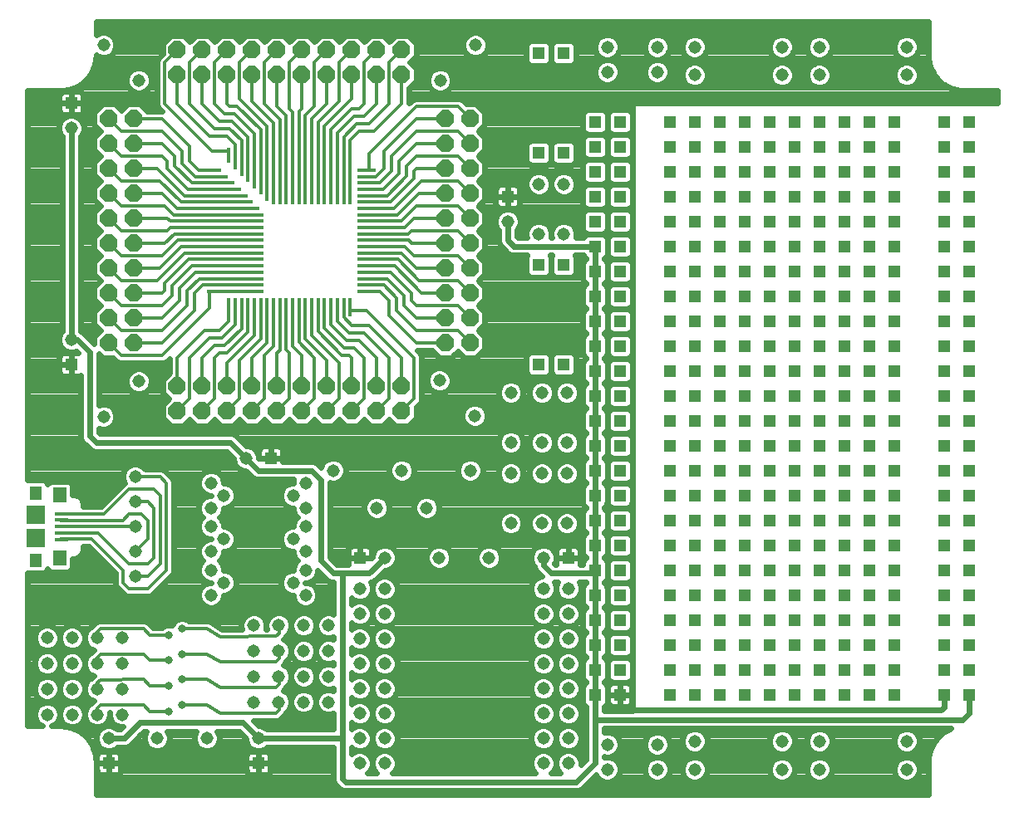
<source format=gbl>
G75*
G70*
%OFA0B0*%
%FSLAX24Y24*%
%IPPOS*%
%LPD*%
%AMOC8*
5,1,8,0,0,1.08239X$1,22.5*
%
%ADD10C,0.0515*%
%ADD11C,0.0320*%
%ADD12C,0.0120*%
%ADD13R,0.0515X0.0515*%
%ADD14R,0.0551X0.0630*%
%ADD15R,0.0512X0.0571*%
%ADD16R,0.0748X0.0748*%
%ADD17R,0.0531X0.0157*%
%ADD18OC8,0.0700*%
%ADD19R,0.0738X0.0150*%
%ADD20R,0.0150X0.0738*%
%ADD21R,0.0630X0.0150*%
%ADD22R,0.0150X0.0630*%
%ADD23R,0.0150X0.0886*%
%ADD24R,0.0150X0.2313*%
%ADD25R,0.0150X0.2165*%
%ADD26R,0.0150X0.1909*%
%ADD27R,0.0150X0.1654*%
%ADD28R,0.0150X0.1398*%
%ADD29R,0.0150X0.1142*%
%ADD30R,0.2313X0.0150*%
%ADD31R,0.0886X0.0150*%
%ADD32R,0.1142X0.0150*%
%ADD33R,0.1398X0.0150*%
%ADD34R,0.1654X0.0150*%
%ADD35R,0.1909X0.0150*%
%ADD36R,0.2165X0.0150*%
%ADD37C,0.0240*%
D10*
X008136Y005917D03*
X007670Y006872D03*
X008670Y006872D03*
X008670Y007896D03*
X007670Y007896D03*
X006670Y007896D03*
X005670Y007896D03*
X005670Y008920D03*
X006670Y008920D03*
X007670Y008920D03*
X008670Y008920D03*
X008670Y009943D03*
X007670Y009943D03*
X006670Y009943D03*
X005670Y009943D03*
X009203Y012417D03*
X009203Y013417D03*
X009203Y014417D03*
X009203Y015417D03*
X009203Y016417D03*
X012243Y016167D03*
X012743Y015667D03*
X012243Y015167D03*
X012243Y014417D03*
X012743Y013917D03*
X012243Y013417D03*
X012243Y012667D03*
X012743Y012167D03*
X012243Y011667D03*
X013957Y010443D03*
X014957Y010443D03*
X015957Y010443D03*
X016957Y010443D03*
X016957Y009420D03*
X015957Y009420D03*
X014957Y009420D03*
X013957Y009420D03*
X013957Y008396D03*
X014957Y008396D03*
X015957Y008396D03*
X016957Y008396D03*
X016957Y007372D03*
X015957Y007372D03*
X014957Y007372D03*
X013957Y007372D03*
X014136Y005917D03*
X012063Y005917D03*
X010063Y005917D03*
X006670Y006872D03*
X005670Y006872D03*
X015530Y012167D03*
X016030Y012667D03*
X016030Y013417D03*
X015530Y013917D03*
X016030Y014417D03*
X016030Y015167D03*
X015530Y015667D03*
X016030Y016167D03*
X017136Y016667D03*
X018886Y015167D03*
X020886Y015167D03*
X019886Y016667D03*
X022636Y016667D03*
X024261Y016542D03*
X025511Y016542D03*
X026511Y016542D03*
X026511Y017792D03*
X025511Y017792D03*
X024261Y017792D03*
X022813Y018865D03*
X024261Y019792D03*
X025511Y019792D03*
X026511Y019792D03*
X021399Y020279D03*
X013636Y017167D03*
X009343Y020249D03*
X007929Y018835D03*
X006636Y021917D03*
X006636Y030417D03*
X009343Y032335D03*
X007929Y033749D03*
X021429Y032335D03*
X022843Y033749D03*
X028136Y033667D03*
X028136Y032667D03*
X030136Y032667D03*
X030136Y033667D03*
X031636Y033667D03*
X031636Y032542D03*
X035136Y032542D03*
X035136Y033667D03*
X036636Y033667D03*
X036636Y032542D03*
X040136Y032542D03*
X040136Y033667D03*
X026386Y028167D03*
X025386Y028167D03*
X024136Y026667D03*
X025386Y026167D03*
X026386Y026167D03*
X026511Y014542D03*
X025511Y014542D03*
X024261Y014542D03*
X023386Y013167D03*
X021386Y013167D03*
X019205Y013167D03*
X019205Y011917D03*
X018205Y011917D03*
X018205Y010917D03*
X019205Y010917D03*
X019205Y009917D03*
X018205Y009917D03*
X018205Y008917D03*
X019205Y008917D03*
X019205Y007917D03*
X018205Y007917D03*
X018205Y006917D03*
X019205Y006917D03*
X019205Y005917D03*
X018205Y005917D03*
X018205Y004917D03*
X019205Y004917D03*
X025567Y004917D03*
X025567Y005917D03*
X026567Y005917D03*
X026567Y004917D03*
X028136Y004667D03*
X028136Y005667D03*
X030136Y005667D03*
X031636Y005792D03*
X031636Y004667D03*
X030136Y004667D03*
X026567Y006917D03*
X025567Y006917D03*
X025567Y007917D03*
X025567Y008917D03*
X026567Y008917D03*
X026567Y007917D03*
X026567Y009917D03*
X025567Y009917D03*
X025567Y010917D03*
X025567Y011917D03*
X026567Y011917D03*
X026567Y010917D03*
X025567Y013167D03*
X016030Y011667D03*
X035136Y005792D03*
X035136Y004667D03*
X036636Y004667D03*
X036636Y005792D03*
X040136Y005792D03*
X040136Y004667D03*
D11*
X011075Y007253D03*
X010557Y006997D03*
X010557Y008021D03*
X011075Y008277D03*
X010557Y009045D03*
X011075Y009301D03*
X010557Y010068D03*
X011075Y010324D03*
D12*
X012087Y010324D01*
X012599Y010000D01*
X014844Y010006D01*
X014969Y010131D01*
X014969Y010443D01*
X014969Y009420D02*
X014969Y009108D01*
X014844Y008983D01*
X012599Y008977D01*
X012087Y009301D01*
X011075Y009301D01*
X010557Y009045D02*
X009784Y009045D01*
X009528Y009301D01*
X007795Y009295D01*
X007670Y009170D01*
X007670Y008920D01*
X007795Y008271D02*
X009528Y008277D01*
X009784Y008021D01*
X010557Y008021D01*
X011075Y008277D02*
X012087Y008277D01*
X012599Y007953D01*
X014844Y007959D01*
X014969Y008084D01*
X014969Y008396D01*
X014969Y007372D02*
X014969Y007060D01*
X014844Y006935D01*
X012599Y006929D01*
X012087Y007253D01*
X011075Y007253D01*
X010557Y006997D02*
X009784Y006997D01*
X009528Y007253D01*
X007795Y007247D01*
X007670Y007122D01*
X007670Y006872D01*
X007670Y007896D02*
X007670Y008146D01*
X007795Y008271D01*
X007670Y009943D02*
X007670Y010193D01*
X007795Y010318D01*
X009528Y010324D01*
X009784Y010068D01*
X010557Y010068D01*
X009703Y011917D02*
X008953Y011917D01*
X008703Y012167D01*
X008703Y012667D01*
X007453Y013917D01*
X006203Y013917D01*
X006203Y014167D02*
X007703Y014167D01*
X008953Y012917D01*
X009703Y012917D01*
X009953Y013167D01*
X009953Y015167D01*
X009703Y015417D01*
X009203Y015417D01*
X008953Y015917D02*
X009953Y015917D01*
X010203Y015667D01*
X010203Y012917D01*
X009703Y012417D01*
X009203Y012417D01*
X009703Y011917D02*
X010453Y012667D01*
X010453Y016167D01*
X010203Y016417D01*
X009203Y016417D01*
X008953Y015917D02*
X007953Y014917D01*
X006203Y014917D01*
X006203Y014667D02*
X008703Y014667D01*
X008953Y014917D01*
X009453Y014917D01*
X009703Y014667D01*
X009703Y013917D01*
X009203Y013417D01*
X009203Y014417D02*
X006203Y014417D01*
X010886Y019042D02*
X011386Y019542D01*
X011386Y021192D01*
X012186Y021992D01*
X012686Y021992D01*
X013211Y022512D01*
X013211Y022992D01*
X012955Y022992D02*
X012955Y022662D01*
X012586Y022292D01*
X011986Y022292D01*
X010886Y021192D01*
X010886Y020042D01*
X011886Y020042D02*
X011886Y021192D01*
X012386Y021692D01*
X012786Y021692D01*
X013467Y022372D01*
X013467Y022992D01*
X013723Y022992D02*
X013723Y022222D01*
X012886Y021392D01*
X012586Y021392D01*
X012386Y021192D01*
X012386Y019542D01*
X011886Y019042D01*
X012886Y019042D02*
X013386Y019542D01*
X013386Y021092D01*
X014235Y021942D01*
X014235Y022992D01*
X014491Y022992D02*
X014491Y021792D01*
X013886Y021192D01*
X013886Y020042D01*
X014386Y019542D02*
X013886Y019042D01*
X014386Y019542D02*
X014386Y021292D01*
X014746Y021652D01*
X014746Y022992D01*
X015002Y022992D02*
X015002Y021502D01*
X014886Y021392D01*
X014886Y020042D01*
X015386Y019542D02*
X014886Y019042D01*
X015386Y019542D02*
X015386Y021392D01*
X015258Y021522D01*
X015258Y022992D01*
X015514Y022992D02*
X015514Y021672D01*
X015886Y021292D01*
X015886Y020042D01*
X016386Y019542D02*
X015886Y019042D01*
X016886Y019042D02*
X017386Y019542D01*
X017386Y020992D01*
X016282Y022092D01*
X016282Y022992D01*
X016538Y022992D02*
X016538Y022242D01*
X017486Y021292D01*
X017786Y021292D01*
X017886Y021192D01*
X017886Y020042D01*
X018386Y019542D02*
X017886Y019042D01*
X018386Y019542D02*
X018386Y021192D01*
X017986Y021592D01*
X017586Y021592D01*
X016794Y022382D01*
X016794Y022952D01*
X017050Y022952D02*
X017050Y022532D01*
X017686Y021892D01*
X018186Y021892D01*
X018886Y021192D01*
X018886Y020042D01*
X019386Y019542D02*
X018886Y019042D01*
X019886Y019042D02*
X020386Y019542D01*
X020386Y021192D01*
X018486Y023092D01*
X017846Y023092D01*
X017561Y022992D02*
X017561Y022822D01*
X017886Y022492D01*
X018586Y022492D01*
X019886Y021192D01*
X019886Y020042D01*
X019386Y019542D02*
X019386Y021192D01*
X018386Y022192D01*
X017786Y022192D01*
X017306Y022672D01*
X017306Y022972D01*
X016026Y022992D02*
X016026Y021952D01*
X016886Y021092D01*
X016886Y020042D01*
X016386Y019542D02*
X016386Y021192D01*
X015770Y021812D01*
X015770Y022992D01*
X013979Y022992D02*
X013979Y022082D01*
X012886Y020992D01*
X012886Y020042D01*
X010286Y021292D02*
X008636Y021292D01*
X008136Y021792D01*
X008636Y022292D02*
X008136Y022792D01*
X008636Y022292D02*
X010286Y022292D01*
X011286Y023292D01*
X011286Y023892D01*
X011766Y024372D01*
X012066Y024372D01*
X012086Y024116D02*
X011916Y024116D01*
X011586Y023792D01*
X011586Y023092D01*
X010286Y021792D01*
X009136Y021792D01*
X009136Y022792D02*
X010286Y022792D01*
X010986Y023492D01*
X010986Y023992D01*
X011626Y024628D01*
X012046Y024628D01*
X012046Y024884D02*
X011476Y024884D01*
X010686Y024092D01*
X010686Y023692D01*
X010286Y023292D01*
X008636Y023292D01*
X008136Y023792D01*
X008636Y024292D02*
X008136Y024792D01*
X008636Y025292D02*
X008136Y025792D01*
X008636Y025292D02*
X010286Y025292D01*
X010906Y025908D01*
X012086Y025908D01*
X012086Y026164D02*
X010766Y026164D01*
X010386Y025792D01*
X009136Y025792D01*
X008636Y026292D02*
X008136Y026792D01*
X008636Y027292D02*
X008136Y027792D01*
X008636Y028292D02*
X008136Y028792D01*
X008636Y028292D02*
X010186Y028292D01*
X011036Y027443D01*
X012086Y027443D01*
X012086Y027187D02*
X010886Y027187D01*
X010286Y027792D01*
X009136Y027792D01*
X008636Y027292D02*
X010386Y027292D01*
X010746Y026932D01*
X012086Y026932D01*
X012086Y026676D02*
X010596Y026676D01*
X010486Y026792D01*
X009136Y026792D01*
X008636Y026292D02*
X010486Y026292D01*
X010616Y026422D01*
X012086Y026422D01*
X012086Y025652D02*
X011046Y025652D01*
X010186Y024792D01*
X009136Y024792D01*
X008636Y024292D02*
X010086Y024292D01*
X011186Y025396D01*
X012086Y025396D01*
X012086Y025140D02*
X011336Y025140D01*
X010386Y024192D01*
X010386Y023892D01*
X010286Y023792D01*
X009136Y023792D01*
X010286Y021292D02*
X012186Y023192D01*
X012186Y023822D01*
X012086Y027699D02*
X011176Y027699D01*
X010086Y028792D01*
X009136Y028792D01*
X008636Y029292D02*
X008136Y029792D01*
X008636Y030292D02*
X008136Y030792D01*
X008636Y030292D02*
X010286Y030292D01*
X011086Y029492D01*
X011086Y028992D01*
X011606Y028467D01*
X012086Y028467D01*
X012086Y028723D02*
X011756Y028723D01*
X011386Y029092D01*
X011386Y029692D01*
X010286Y030792D01*
X009136Y030792D01*
X010386Y031392D02*
X010386Y033042D01*
X010886Y033542D01*
X011386Y033042D02*
X011886Y033542D01*
X011386Y033042D02*
X011386Y031392D01*
X012386Y030392D01*
X012986Y030392D01*
X013467Y029912D01*
X013467Y029612D01*
X013723Y029632D02*
X013723Y030052D01*
X013086Y030692D01*
X012586Y030692D01*
X011886Y031392D01*
X011886Y032542D01*
X012886Y032542D02*
X012886Y031392D01*
X012986Y031292D01*
X013286Y031292D01*
X014235Y030342D01*
X014235Y029592D01*
X014491Y029592D02*
X014491Y030492D01*
X013386Y031592D01*
X013386Y033042D01*
X013886Y033542D01*
X014386Y033042D02*
X014886Y033542D01*
X014386Y033042D02*
X014386Y031392D01*
X015002Y030772D01*
X015002Y029592D01*
X014746Y029592D02*
X014746Y030632D01*
X013886Y031492D01*
X013886Y032542D01*
X014886Y032542D02*
X014886Y031292D01*
X015258Y030912D01*
X015258Y029592D01*
X015514Y029592D02*
X015514Y031062D01*
X015386Y031192D01*
X015386Y033042D01*
X015886Y033542D01*
X016386Y033042D02*
X016886Y033542D01*
X016386Y033042D02*
X016386Y031292D01*
X016026Y030932D01*
X016026Y029592D01*
X016282Y029592D02*
X016282Y030792D01*
X016886Y031392D01*
X016886Y032542D01*
X015886Y032542D02*
X015886Y031192D01*
X015770Y031082D01*
X015770Y029592D01*
X016538Y029592D02*
X016538Y030642D01*
X017386Y031492D01*
X017386Y033042D01*
X017886Y033542D01*
X018386Y033042D02*
X018886Y033542D01*
X018386Y033042D02*
X018386Y031392D01*
X018186Y031192D01*
X017886Y031192D01*
X017050Y030362D01*
X017050Y029592D01*
X017306Y029592D02*
X017306Y030212D01*
X017986Y030892D01*
X018386Y030892D01*
X018886Y031392D01*
X018886Y032542D01*
X019886Y032542D02*
X019886Y031392D01*
X018786Y030292D01*
X018186Y030292D01*
X017817Y029922D01*
X017817Y029592D01*
X017561Y029592D02*
X017561Y030072D01*
X018086Y030592D01*
X018586Y030592D01*
X019386Y031392D01*
X019386Y033042D01*
X019886Y033542D01*
X017886Y032542D02*
X017886Y031592D01*
X016794Y030502D01*
X016794Y029592D01*
X018586Y029392D02*
X018586Y028752D01*
X018686Y028467D02*
X018856Y028467D01*
X019186Y028792D01*
X019186Y029492D01*
X020486Y030792D01*
X021636Y030792D01*
X022136Y031292D02*
X022636Y030792D01*
X022136Y031292D02*
X020486Y031292D01*
X018586Y029392D01*
X019486Y029292D02*
X019486Y028692D01*
X019006Y028211D01*
X018706Y028211D01*
X018726Y027955D02*
X019146Y027955D01*
X019786Y028592D01*
X019786Y029092D01*
X020486Y029792D01*
X021636Y029792D01*
X022136Y030292D02*
X022636Y029792D01*
X022136Y030292D02*
X020486Y030292D01*
X019486Y029292D01*
X020086Y028892D02*
X020486Y029292D01*
X022136Y029292D01*
X022636Y028792D01*
X022136Y028292D02*
X022636Y027792D01*
X022136Y028292D02*
X020686Y028292D01*
X019586Y027187D01*
X018686Y027187D01*
X018686Y026931D02*
X019726Y026931D01*
X020586Y027792D01*
X021636Y027792D01*
X022136Y027292D02*
X020486Y027292D01*
X019866Y026676D01*
X018686Y026676D01*
X018686Y026420D02*
X020006Y026420D01*
X020386Y026792D01*
X021636Y026792D01*
X022136Y027292D02*
X022636Y026792D01*
X022136Y026292D02*
X022636Y025792D01*
X022136Y025292D02*
X022636Y024792D01*
X022136Y025292D02*
X020386Y025292D01*
X020026Y025652D01*
X018686Y025652D01*
X018686Y025908D02*
X020176Y025908D01*
X020286Y025792D01*
X021636Y025792D01*
X022136Y026292D02*
X020286Y026292D01*
X020156Y026164D01*
X018686Y026164D01*
X018686Y025396D02*
X019886Y025396D01*
X020486Y024792D01*
X021636Y024792D01*
X022136Y024292D02*
X020586Y024292D01*
X019736Y025140D01*
X018686Y025140D01*
X018686Y024884D02*
X019596Y024884D01*
X020686Y023792D01*
X021636Y023792D01*
X022136Y024292D02*
X022636Y023792D01*
X022136Y023292D02*
X022636Y022792D01*
X022136Y022292D02*
X022636Y021792D01*
X022136Y022292D02*
X020486Y022292D01*
X019686Y023092D01*
X019686Y023592D01*
X019166Y024116D01*
X018686Y024116D01*
X018686Y023861D02*
X019016Y023861D01*
X019386Y023492D01*
X019386Y022892D01*
X020486Y021792D01*
X021636Y021792D01*
X021636Y022792D02*
X020486Y022792D01*
X019986Y023292D01*
X019986Y023692D01*
X019306Y024372D01*
X018686Y024372D01*
X018686Y024628D02*
X019456Y024628D01*
X020286Y023792D01*
X020286Y023492D01*
X020486Y023292D01*
X022136Y023292D01*
X019436Y027443D02*
X018686Y027443D01*
X018726Y027699D02*
X019296Y027699D01*
X020086Y028492D01*
X020086Y028892D01*
X020386Y028692D02*
X020486Y028792D01*
X021636Y028792D01*
X020386Y028692D02*
X020386Y028392D01*
X019436Y027443D01*
X013979Y029632D02*
X013979Y030202D01*
X013186Y030992D01*
X012786Y030992D01*
X012386Y031392D01*
X012386Y033042D01*
X012886Y033542D01*
X010886Y032542D02*
X010886Y031392D01*
X012186Y030092D01*
X012886Y030092D01*
X013211Y029762D01*
X013211Y029592D01*
X012906Y029492D02*
X012286Y029492D01*
X010386Y031392D01*
X010286Y029792D02*
X009136Y029792D01*
X008636Y029292D02*
X010286Y029292D01*
X010486Y029092D01*
X010486Y028792D01*
X011316Y027955D01*
X012086Y027955D01*
X012086Y028211D02*
X011466Y028211D01*
X010786Y028892D01*
X010786Y029292D01*
X010286Y029792D01*
D13*
X006636Y031417D03*
X006636Y020917D03*
X014636Y017167D03*
X018205Y013167D03*
X026567Y013167D03*
X027636Y013667D03*
X028636Y013667D03*
X028636Y014667D03*
X027636Y014667D03*
X027636Y015667D03*
X028636Y015667D03*
X028636Y016667D03*
X027636Y016667D03*
X027636Y017667D03*
X028636Y017667D03*
X028636Y018667D03*
X027636Y018667D03*
X027636Y019667D03*
X028636Y019667D03*
X028636Y020667D03*
X027636Y020667D03*
X027636Y021667D03*
X028636Y021667D03*
X028636Y022667D03*
X027636Y022667D03*
X027636Y023667D03*
X028636Y023667D03*
X028636Y024667D03*
X027636Y024667D03*
X026386Y024917D03*
X025386Y024917D03*
X027636Y025667D03*
X028636Y025667D03*
X028636Y026667D03*
X027636Y026667D03*
X027636Y027667D03*
X028636Y027667D03*
X028636Y028667D03*
X027636Y028667D03*
X026386Y029417D03*
X025386Y029417D03*
X027636Y029667D03*
X028636Y029667D03*
X028636Y030667D03*
X027636Y030667D03*
X030636Y030667D03*
X031636Y030667D03*
X032636Y030667D03*
X033636Y030667D03*
X034636Y030667D03*
X035636Y030667D03*
X036636Y030667D03*
X037636Y030667D03*
X038636Y030667D03*
X039636Y030667D03*
X039636Y029667D03*
X038636Y029667D03*
X037636Y029667D03*
X036636Y029667D03*
X035636Y029667D03*
X034636Y029667D03*
X033636Y029667D03*
X032636Y029667D03*
X031636Y029667D03*
X030636Y029667D03*
X030636Y028667D03*
X031636Y028667D03*
X032636Y028667D03*
X033636Y028667D03*
X034636Y028667D03*
X035636Y028667D03*
X036636Y028667D03*
X037636Y028667D03*
X038636Y028667D03*
X039636Y028667D03*
X039636Y027667D03*
X038636Y027667D03*
X037636Y027667D03*
X036636Y027667D03*
X035636Y027667D03*
X034636Y027667D03*
X033636Y027667D03*
X032636Y027667D03*
X031636Y027667D03*
X030636Y027667D03*
X030636Y026667D03*
X031636Y026667D03*
X032636Y026667D03*
X033636Y026667D03*
X034636Y026667D03*
X035636Y026667D03*
X036636Y026667D03*
X037636Y026667D03*
X038636Y026667D03*
X039636Y026667D03*
X039636Y025667D03*
X038636Y025667D03*
X037636Y025667D03*
X036636Y025667D03*
X035636Y025667D03*
X034636Y025667D03*
X033636Y025667D03*
X032636Y025667D03*
X031636Y025667D03*
X030636Y025667D03*
X030636Y024667D03*
X031636Y024667D03*
X032636Y024667D03*
X033636Y024667D03*
X034636Y024667D03*
X035636Y024667D03*
X036636Y024667D03*
X037636Y024667D03*
X038636Y024667D03*
X039636Y024667D03*
X039636Y023667D03*
X038636Y023667D03*
X037636Y023667D03*
X036636Y023667D03*
X035636Y023667D03*
X034636Y023667D03*
X033636Y023667D03*
X032636Y023667D03*
X031636Y023667D03*
X030636Y023667D03*
X030636Y022667D03*
X031636Y022667D03*
X032636Y022667D03*
X033636Y022667D03*
X034636Y022667D03*
X035636Y022667D03*
X036636Y022667D03*
X037636Y022667D03*
X038636Y022667D03*
X039636Y022667D03*
X039636Y021667D03*
X038636Y021667D03*
X037636Y021667D03*
X036636Y021667D03*
X035636Y021667D03*
X034636Y021667D03*
X033636Y021667D03*
X032636Y021667D03*
X031636Y021667D03*
X030636Y021667D03*
X030636Y020667D03*
X031636Y020667D03*
X032636Y020667D03*
X033636Y020667D03*
X034636Y020667D03*
X035636Y020667D03*
X036636Y020667D03*
X037636Y020667D03*
X038636Y020667D03*
X039636Y020667D03*
X039636Y019667D03*
X038636Y019667D03*
X037636Y019667D03*
X036636Y019667D03*
X035636Y019667D03*
X034636Y019667D03*
X033636Y019667D03*
X032636Y019667D03*
X031636Y019667D03*
X030636Y019667D03*
X030636Y018667D03*
X031636Y018667D03*
X032636Y018667D03*
X033636Y018667D03*
X034636Y018667D03*
X035636Y018667D03*
X036636Y018667D03*
X037636Y018667D03*
X038636Y018667D03*
X039636Y018667D03*
X039636Y017667D03*
X038636Y017667D03*
X037636Y017667D03*
X036636Y017667D03*
X035636Y017667D03*
X034636Y017667D03*
X033636Y017667D03*
X032636Y017667D03*
X031636Y017667D03*
X030636Y017667D03*
X030636Y016667D03*
X031636Y016667D03*
X032636Y016667D03*
X033636Y016667D03*
X034636Y016667D03*
X035636Y016667D03*
X036636Y016667D03*
X037636Y016667D03*
X038636Y016667D03*
X039636Y016667D03*
X039636Y015667D03*
X038636Y015667D03*
X037636Y015667D03*
X036636Y015667D03*
X035636Y015667D03*
X034636Y015667D03*
X033636Y015667D03*
X032636Y015667D03*
X031636Y015667D03*
X030636Y015667D03*
X030636Y014667D03*
X031636Y014667D03*
X032636Y014667D03*
X033636Y014667D03*
X034636Y014667D03*
X035636Y014667D03*
X036636Y014667D03*
X037636Y014667D03*
X038636Y014667D03*
X039636Y014667D03*
X039636Y013667D03*
X038636Y013667D03*
X037636Y013667D03*
X036636Y013667D03*
X035636Y013667D03*
X034636Y013667D03*
X033636Y013667D03*
X032636Y013667D03*
X031636Y013667D03*
X030636Y013667D03*
X030636Y012667D03*
X031636Y012667D03*
X032636Y012667D03*
X033636Y012667D03*
X034636Y012667D03*
X035636Y012667D03*
X036636Y012667D03*
X037636Y012667D03*
X038636Y012667D03*
X039636Y012667D03*
X039636Y011667D03*
X038636Y011667D03*
X037636Y011667D03*
X036636Y011667D03*
X035636Y011667D03*
X034636Y011667D03*
X033636Y011667D03*
X032636Y011667D03*
X031636Y011667D03*
X030636Y011667D03*
X030636Y010667D03*
X031636Y010667D03*
X032636Y010667D03*
X033636Y010667D03*
X034636Y010667D03*
X035636Y010667D03*
X036636Y010667D03*
X037636Y010667D03*
X038636Y010667D03*
X039636Y010667D03*
X039636Y009667D03*
X038636Y009667D03*
X037636Y009667D03*
X036636Y009667D03*
X035636Y009667D03*
X034636Y009667D03*
X033636Y009667D03*
X032636Y009667D03*
X031636Y009667D03*
X030636Y009667D03*
X030636Y008667D03*
X031636Y008667D03*
X032636Y008667D03*
X033636Y008667D03*
X034636Y008667D03*
X035636Y008667D03*
X036636Y008667D03*
X037636Y008667D03*
X038636Y008667D03*
X039636Y008667D03*
X039636Y007667D03*
X038636Y007667D03*
X037636Y007667D03*
X036636Y007667D03*
X035636Y007667D03*
X034636Y007667D03*
X033636Y007667D03*
X032636Y007667D03*
X031636Y007667D03*
X030636Y007667D03*
X028636Y007667D03*
X027636Y007667D03*
X027636Y008667D03*
X028636Y008667D03*
X028636Y009667D03*
X027636Y009667D03*
X027636Y010667D03*
X028636Y010667D03*
X028636Y011667D03*
X027636Y011667D03*
X027636Y012667D03*
X028636Y012667D03*
X026386Y020917D03*
X025386Y020917D03*
X024136Y027667D03*
X025386Y033417D03*
X026386Y033417D03*
X041636Y030667D03*
X042636Y030667D03*
X042636Y029667D03*
X041636Y029667D03*
X041636Y028667D03*
X042636Y028667D03*
X042636Y027667D03*
X041636Y027667D03*
X041636Y026667D03*
X042636Y026667D03*
X042636Y025667D03*
X041636Y025667D03*
X041636Y024667D03*
X042636Y024667D03*
X042636Y023667D03*
X041636Y023667D03*
X041636Y022667D03*
X042636Y022667D03*
X042636Y021667D03*
X041636Y021667D03*
X041636Y020667D03*
X042636Y020667D03*
X042636Y019667D03*
X041636Y019667D03*
X041636Y018667D03*
X042636Y018667D03*
X042636Y017667D03*
X041636Y017667D03*
X041636Y016667D03*
X042636Y016667D03*
X042636Y015667D03*
X041636Y015667D03*
X041636Y014667D03*
X042636Y014667D03*
X042636Y013667D03*
X041636Y013667D03*
X041636Y012667D03*
X042636Y012667D03*
X042636Y011667D03*
X041636Y011667D03*
X041636Y010667D03*
X042636Y010667D03*
X042636Y009667D03*
X041636Y009667D03*
X041636Y008667D03*
X042636Y008667D03*
X042636Y007667D03*
X041636Y007667D03*
X014136Y004917D03*
X008136Y004917D03*
D14*
X006172Y013157D03*
X006172Y015677D03*
D15*
X005207Y015765D03*
X005207Y013068D03*
D16*
X005207Y013944D03*
X005207Y014889D03*
D17*
X006260Y014929D03*
X006260Y014673D03*
X006260Y014417D03*
X006260Y014161D03*
X006260Y013905D03*
D18*
X010886Y019042D03*
X011886Y019042D03*
X012886Y019042D03*
X013886Y019042D03*
X014886Y019042D03*
X015886Y019042D03*
X016886Y019042D03*
X017886Y019042D03*
X018886Y019042D03*
X019886Y019042D03*
X019886Y020042D03*
X018886Y020042D03*
X017886Y020042D03*
X016886Y020042D03*
X015886Y020042D03*
X014886Y020042D03*
X013886Y020042D03*
X012886Y020042D03*
X011886Y020042D03*
X010886Y020042D03*
X009136Y021792D03*
X009136Y022792D03*
X008136Y022792D03*
X008136Y021792D03*
X008136Y023792D03*
X009136Y023792D03*
X009136Y024792D03*
X009136Y025792D03*
X008136Y025792D03*
X008136Y024792D03*
X008136Y026792D03*
X009136Y026792D03*
X009136Y027792D03*
X009136Y028792D03*
X008136Y028792D03*
X008136Y027792D03*
X008136Y029792D03*
X009136Y029792D03*
X009136Y030792D03*
X008136Y030792D03*
X010886Y032542D03*
X011886Y032542D03*
X012886Y032542D03*
X013886Y032542D03*
X014886Y032542D03*
X015886Y032542D03*
X016886Y032542D03*
X017886Y032542D03*
X018886Y032542D03*
X019886Y032542D03*
X019886Y033542D03*
X018886Y033542D03*
X017886Y033542D03*
X016886Y033542D03*
X015886Y033542D03*
X014886Y033542D03*
X013886Y033542D03*
X012886Y033542D03*
X011886Y033542D03*
X010886Y033542D03*
X021636Y030792D03*
X022636Y030792D03*
X022636Y029792D03*
X021636Y029792D03*
X021636Y028792D03*
X022636Y028792D03*
X022636Y027792D03*
X021636Y027792D03*
X021636Y026792D03*
X022636Y026792D03*
X022636Y025792D03*
X021636Y025792D03*
X021636Y024792D03*
X022636Y024792D03*
X022636Y023792D03*
X021636Y023792D03*
X021636Y022792D03*
X022636Y022792D03*
X022636Y021792D03*
X021636Y021792D03*
D19*
X018472Y023861D03*
X018472Y024116D03*
X018472Y024372D03*
X018472Y024628D03*
X018472Y024884D03*
X018472Y025140D03*
X018472Y025396D03*
X018472Y025652D03*
X018472Y025908D03*
X018472Y026164D03*
X018472Y026420D03*
X018472Y026676D03*
X018472Y026931D03*
X018472Y027187D03*
X018472Y027443D03*
X018472Y027699D03*
X018472Y027955D03*
X018472Y028211D03*
X018472Y028467D03*
X018472Y028723D03*
D20*
X017817Y023206D03*
X017561Y023206D03*
X017306Y023206D03*
X017050Y023206D03*
X016794Y023206D03*
X016538Y023206D03*
X016282Y023206D03*
X016026Y023206D03*
X015770Y023206D03*
X015514Y023206D03*
X015258Y023206D03*
X015002Y023206D03*
X014746Y023206D03*
X014491Y023206D03*
X014235Y023206D03*
X013979Y023206D03*
X013723Y023206D03*
X013467Y023206D03*
X013211Y023206D03*
X012955Y023206D03*
D21*
X012355Y028723D03*
D22*
X012955Y029323D03*
D23*
X013211Y029195D03*
D24*
X014746Y028482D03*
X015002Y028482D03*
X015258Y028482D03*
X015514Y028482D03*
X015770Y028482D03*
X016026Y028482D03*
X016282Y028482D03*
X016538Y028482D03*
X016794Y028482D03*
X017050Y028482D03*
X017306Y028482D03*
X017561Y028482D03*
X017817Y028482D03*
D25*
X014491Y028555D03*
D26*
X014235Y028683D03*
D27*
X013979Y028811D03*
D28*
X013723Y028939D03*
D29*
X013467Y029067D03*
D30*
X013196Y026931D03*
X013196Y026676D03*
X013196Y026420D03*
X013196Y026164D03*
X013196Y025908D03*
X013196Y025652D03*
X013196Y025396D03*
X013196Y025140D03*
X013196Y024884D03*
X013196Y024628D03*
X013196Y024372D03*
X013196Y024116D03*
X013196Y023861D03*
D31*
X012483Y028467D03*
D32*
X012611Y028211D03*
D33*
X012739Y027955D03*
D34*
X012867Y027699D03*
D35*
X012994Y027443D03*
D36*
X013122Y027187D03*
D37*
X007632Y004953D02*
X007632Y003657D01*
X041010Y003657D01*
X041010Y004953D01*
X041008Y004961D01*
X041010Y005000D01*
X041010Y005039D01*
X041014Y005047D01*
X041021Y005147D01*
X041018Y005164D01*
X041024Y005194D01*
X041026Y005224D01*
X041034Y005240D01*
X041057Y005346D01*
X041057Y005363D01*
X041067Y005392D01*
X041074Y005422D01*
X041084Y005436D01*
X041122Y005538D01*
X041124Y005555D01*
X041138Y005582D01*
X041149Y005611D01*
X041161Y005624D01*
X041213Y005719D01*
X041217Y005736D01*
X041235Y005760D01*
X041250Y005787D01*
X041264Y005798D01*
X041329Y005885D01*
X041335Y005901D01*
X041357Y005923D01*
X041375Y005947D01*
X041391Y005956D01*
X041467Y006032D01*
X041476Y006048D01*
X041500Y006066D01*
X041522Y006088D01*
X041538Y006094D01*
X041625Y006159D01*
X041636Y006173D01*
X041663Y006187D01*
X041687Y006206D01*
X041704Y006210D01*
X041799Y006262D01*
X041812Y006274D01*
X041841Y006285D01*
X041868Y006299D01*
X041885Y006301D01*
X041900Y006307D01*
X027996Y006307D01*
X027996Y006147D01*
X028037Y006164D01*
X028235Y006164D01*
X028418Y006088D01*
X028558Y005948D01*
X028634Y005766D01*
X028634Y005568D01*
X028558Y005385D01*
X028418Y005245D01*
X028235Y005169D01*
X028037Y005169D01*
X027996Y005186D01*
X027996Y005147D01*
X028037Y005164D01*
X028235Y005164D01*
X028418Y005088D01*
X028558Y004948D01*
X028634Y004766D01*
X028634Y004568D01*
X028558Y004385D01*
X028418Y004245D01*
X028235Y004169D01*
X028037Y004169D01*
X027854Y004245D01*
X027714Y004385D01*
X027685Y004456D01*
X027191Y003963D01*
X027090Y003861D01*
X026958Y003807D01*
X017708Y003807D01*
X017565Y003807D01*
X017432Y003861D01*
X017307Y003986D01*
X017206Y004088D01*
X017151Y004220D01*
X017151Y005557D01*
X014480Y005557D01*
X014418Y005495D01*
X014235Y005419D01*
X014037Y005419D01*
X013854Y005495D01*
X013714Y005635D01*
X013639Y005818D01*
X013639Y005905D01*
X013362Y006182D01*
X012492Y006182D01*
X012561Y006016D01*
X012561Y005818D01*
X012485Y005635D01*
X012345Y005495D01*
X012162Y005419D01*
X011964Y005419D01*
X011782Y005495D01*
X011642Y005635D01*
X011566Y005818D01*
X011566Y006016D01*
X011635Y006182D01*
X010492Y006182D01*
X010561Y006016D01*
X010561Y005818D01*
X010485Y005635D01*
X010345Y005495D01*
X010162Y005419D01*
X009964Y005419D01*
X009782Y005495D01*
X009642Y005635D01*
X009566Y005818D01*
X009566Y006016D01*
X009635Y006182D01*
X009535Y006182D01*
X008965Y005611D01*
X008833Y005557D01*
X008690Y005557D01*
X008480Y005557D01*
X008418Y005495D01*
X008235Y005419D01*
X008037Y005419D01*
X007854Y005495D01*
X007714Y005635D01*
X007639Y005818D01*
X007639Y006016D01*
X007714Y006198D01*
X007854Y006338D01*
X008037Y006414D01*
X008235Y006414D01*
X008418Y006338D01*
X008480Y006277D01*
X008612Y006277D01*
X008710Y006375D01*
X008571Y006375D01*
X008388Y006451D01*
X008248Y006591D01*
X008172Y006773D01*
X008172Y006949D01*
X008167Y006949D01*
X008167Y006773D01*
X008091Y006591D01*
X007951Y006451D01*
X007769Y006375D01*
X007571Y006375D01*
X007388Y006451D01*
X007248Y006591D01*
X007172Y006773D01*
X007172Y006971D01*
X007248Y007154D01*
X007388Y007294D01*
X007438Y007315D01*
X007500Y007377D01*
X007500Y007377D01*
X007536Y007413D01*
X007388Y007474D01*
X007248Y007614D01*
X007172Y007797D01*
X007172Y007995D01*
X007248Y008178D01*
X007388Y008318D01*
X007438Y008338D01*
X007500Y008400D01*
X007500Y008400D01*
X007536Y008437D01*
X007388Y008498D01*
X007248Y008638D01*
X007172Y008821D01*
X007172Y009019D01*
X007248Y009201D01*
X007388Y009341D01*
X007438Y009362D01*
X007500Y009424D01*
X007500Y009424D01*
X007536Y009460D01*
X007388Y009522D01*
X007248Y009661D01*
X007172Y009844D01*
X007172Y010042D01*
X007248Y010225D01*
X007388Y010365D01*
X007438Y010386D01*
X007582Y010530D01*
X007624Y010572D01*
X007624Y010572D01*
X007625Y010573D01*
X007681Y010596D01*
X007734Y010618D01*
X007735Y010618D01*
X007735Y010618D01*
X007792Y010618D01*
X009468Y010624D01*
X009468Y010624D01*
X009529Y010624D01*
X009587Y010624D01*
X009587Y010624D01*
X009588Y010624D01*
X009641Y010602D01*
X009697Y010579D01*
X009697Y010579D01*
X009698Y010578D01*
X009739Y010537D01*
X009782Y010495D01*
X009782Y010494D01*
X009908Y010368D01*
X010292Y010368D01*
X010331Y010407D01*
X010478Y010468D01*
X010637Y010468D01*
X010692Y010445D01*
X010736Y010551D01*
X010849Y010663D01*
X010996Y010724D01*
X011155Y010724D01*
X011302Y010663D01*
X011341Y010624D01*
X012054Y010624D01*
X012079Y010630D01*
X012113Y010624D01*
X012147Y010624D01*
X012171Y010614D01*
X012197Y010610D01*
X012226Y010591D01*
X012257Y010578D01*
X012276Y010560D01*
X012685Y010301D01*
X013477Y010303D01*
X013460Y010344D01*
X013460Y010542D01*
X013535Y010725D01*
X013675Y010865D01*
X013858Y010941D01*
X014056Y010941D01*
X014239Y010865D01*
X014379Y010725D01*
X014455Y010542D01*
X014455Y010344D01*
X014438Y010305D01*
X014476Y010305D01*
X014460Y010344D01*
X014460Y010542D01*
X014535Y010725D01*
X014675Y010865D01*
X014858Y010941D01*
X015056Y010941D01*
X015239Y010865D01*
X015379Y010725D01*
X015455Y010542D01*
X015455Y010344D01*
X015379Y010161D01*
X015255Y010037D01*
X015223Y009961D01*
X015143Y009881D01*
X015239Y009841D01*
X015379Y009701D01*
X015455Y009519D01*
X015455Y009321D01*
X015379Y009138D01*
X015255Y009014D01*
X015223Y008938D01*
X015143Y008857D01*
X015239Y008818D01*
X015379Y008678D01*
X015455Y008495D01*
X015455Y008297D01*
X015379Y008114D01*
X015255Y007990D01*
X015223Y007914D01*
X015143Y007834D01*
X015239Y007794D01*
X015379Y007654D01*
X015455Y007471D01*
X015455Y007273D01*
X015379Y007091D01*
X015255Y006967D01*
X015223Y006890D01*
X015139Y006806D01*
X015056Y006724D01*
X015014Y006681D01*
X015014Y006681D01*
X014961Y006659D01*
X014904Y006636D01*
X014904Y006636D01*
X014904Y006635D01*
X014844Y006635D01*
X013929Y006633D01*
X014148Y006414D01*
X014235Y006414D01*
X014418Y006338D01*
X014480Y006277D01*
X017151Y006277D01*
X017151Y006914D01*
X017056Y006875D01*
X016858Y006875D01*
X016675Y006951D01*
X016535Y007091D01*
X016460Y007273D01*
X016460Y007471D01*
X016535Y007654D01*
X016675Y007794D01*
X016858Y007870D01*
X017056Y007870D01*
X017151Y007830D01*
X017151Y007938D01*
X017056Y007899D01*
X016858Y007899D01*
X016675Y007974D01*
X016535Y008114D01*
X016460Y008297D01*
X016460Y008495D01*
X016535Y008678D01*
X016675Y008818D01*
X016858Y008893D01*
X017056Y008893D01*
X017151Y008854D01*
X017151Y008962D01*
X017056Y008922D01*
X016858Y008922D01*
X016675Y008998D01*
X016535Y009138D01*
X016460Y009321D01*
X016460Y009519D01*
X016535Y009701D01*
X016675Y009841D01*
X016858Y009917D01*
X017056Y009917D01*
X017151Y009878D01*
X017151Y009985D01*
X017056Y009946D01*
X016858Y009946D01*
X016675Y010022D01*
X016535Y010161D01*
X016460Y010344D01*
X016460Y010542D01*
X016535Y010725D01*
X016675Y010865D01*
X016858Y010941D01*
X017056Y010941D01*
X017151Y010901D01*
X017151Y012182D01*
X017065Y012182D01*
X016932Y012236D01*
X016527Y012641D01*
X016527Y012568D01*
X016452Y012385D01*
X016312Y012245D01*
X016129Y012169D01*
X016027Y012169D01*
X016027Y012164D01*
X016129Y012164D01*
X016312Y012088D01*
X016452Y011948D01*
X016527Y011766D01*
X017151Y011766D01*
X017151Y012004D02*
X016396Y012004D01*
X016306Y012243D02*
X016926Y012243D01*
X016687Y012481D02*
X016492Y012481D01*
X016636Y013042D02*
X017136Y012542D01*
X017511Y012542D01*
X017511Y005917D01*
X017511Y004292D01*
X017636Y004167D01*
X026886Y004167D01*
X027636Y004917D01*
X027636Y007667D01*
X027636Y012542D01*
X027636Y025667D01*
X024386Y025667D01*
X024136Y025917D01*
X024136Y026667D01*
X023799Y027032D02*
X023226Y027032D01*
X023226Y027036D02*
X022971Y027292D01*
X023226Y027547D01*
X023226Y028036D01*
X022971Y028292D01*
X023226Y028547D01*
X023226Y029036D01*
X022971Y029292D01*
X023226Y029547D01*
X023226Y030036D01*
X022971Y030292D01*
X023226Y030547D01*
X023226Y031036D01*
X022881Y031382D01*
X022470Y031382D01*
X022306Y031546D01*
X022196Y031592D01*
X022076Y031592D01*
X020426Y031592D01*
X020316Y031546D01*
X020232Y031462D01*
X020186Y031416D01*
X020186Y032007D01*
X020476Y032297D01*
X020476Y032786D01*
X020221Y033042D01*
X020476Y033297D01*
X020476Y033786D01*
X020131Y034132D01*
X019642Y034132D01*
X019386Y033876D01*
X019131Y034132D01*
X018642Y034132D01*
X018386Y033876D01*
X018131Y034132D01*
X017642Y034132D01*
X017386Y033876D01*
X017131Y034132D01*
X016642Y034132D01*
X016386Y033876D01*
X016131Y034132D01*
X015642Y034132D01*
X015386Y033876D01*
X015131Y034132D01*
X014642Y034132D01*
X014386Y033876D01*
X014131Y034132D01*
X013642Y034132D01*
X013386Y033876D01*
X013131Y034132D01*
X012642Y034132D01*
X012386Y033876D01*
X012131Y034132D01*
X011642Y034132D01*
X011386Y033876D01*
X011131Y034132D01*
X010642Y034132D01*
X010296Y033786D01*
X010296Y033376D01*
X010132Y033212D01*
X010086Y033101D01*
X010086Y032982D01*
X010086Y031451D01*
X010086Y031332D01*
X010132Y031222D01*
X010262Y031092D01*
X009671Y031092D01*
X009381Y031382D01*
X008892Y031382D01*
X008636Y031126D01*
X008381Y031382D01*
X007892Y031382D01*
X007546Y031036D01*
X007546Y030547D01*
X007802Y030292D01*
X007546Y030036D01*
X007546Y029547D01*
X007802Y029292D01*
X007546Y029036D01*
X007546Y028547D01*
X007802Y028292D01*
X007546Y028036D01*
X007546Y027547D01*
X007802Y027292D01*
X007546Y027036D01*
X007546Y026547D01*
X007802Y026292D01*
X007546Y026036D01*
X007546Y025547D01*
X007802Y025292D01*
X007546Y025036D01*
X007546Y024547D01*
X007802Y024292D01*
X007546Y024036D01*
X007546Y023547D01*
X007802Y023292D01*
X007546Y023036D01*
X007546Y022547D01*
X007802Y022292D01*
X007546Y022036D01*
X007546Y021766D01*
X007090Y022222D01*
X006996Y022261D01*
X006996Y030073D01*
X007058Y030135D01*
X007134Y030318D01*
X007134Y030516D01*
X007058Y030698D01*
X006918Y030838D01*
X006735Y030914D01*
X006537Y030914D01*
X006354Y030838D01*
X006214Y030698D01*
X006139Y030516D01*
X006139Y030318D01*
X006214Y030135D01*
X006276Y030073D01*
X006276Y022260D01*
X006214Y022198D01*
X006139Y022016D01*
X006139Y021818D01*
X006214Y021635D01*
X006354Y021495D01*
X006537Y021419D01*
X006735Y021419D01*
X006834Y021460D01*
X006900Y021394D01*
X006636Y021394D01*
X006350Y021394D01*
X006294Y021379D01*
X006244Y021350D01*
X006203Y021309D01*
X006174Y021259D01*
X006159Y021203D01*
X006159Y020917D01*
X006636Y020917D01*
X006636Y021394D01*
X006636Y020917D01*
X006636Y020917D01*
X006636Y020916D01*
X006636Y020916D01*
X006636Y020439D01*
X006350Y020439D01*
X006294Y020454D01*
X006244Y020483D01*
X006203Y020524D01*
X006174Y020574D01*
X006159Y020630D01*
X006159Y020916D01*
X006636Y020916D01*
X006636Y020439D01*
X006923Y020439D01*
X006979Y020454D01*
X007026Y020482D01*
X007026Y017970D01*
X007081Y017838D01*
X007182Y017736D01*
X007182Y017736D01*
X007331Y017588D01*
X007331Y017588D01*
X007432Y017486D01*
X007565Y017432D01*
X012862Y017432D01*
X013139Y017155D01*
X013139Y017068D01*
X013214Y016885D01*
X013354Y016745D01*
X013537Y016669D01*
X013625Y016669D01*
X013932Y016361D01*
X014065Y016307D01*
X014208Y016307D01*
X015549Y016307D01*
X015532Y016266D01*
X015532Y016164D01*
X015431Y016164D01*
X015248Y016088D01*
X015108Y015948D01*
X015032Y015766D01*
X015032Y015568D01*
X015108Y015385D01*
X015248Y015245D01*
X015431Y015169D01*
X015532Y015169D01*
X015532Y015068D01*
X015608Y014885D01*
X015701Y014792D01*
X015608Y014698D01*
X015532Y014516D01*
X015532Y014414D01*
X015431Y014414D01*
X015248Y014338D01*
X015108Y014198D01*
X015032Y014016D01*
X015032Y013818D01*
X015108Y013635D01*
X015248Y013495D01*
X015431Y013419D01*
X015532Y013419D01*
X015532Y013318D01*
X015608Y013135D01*
X015701Y013042D01*
X015608Y012948D01*
X015532Y012766D01*
X015532Y012664D01*
X015431Y012664D01*
X015248Y012588D01*
X015108Y012448D01*
X015032Y012266D01*
X015032Y012068D01*
X015108Y011885D01*
X015248Y011745D01*
X015431Y011669D01*
X015532Y011669D01*
X015532Y011568D01*
X015608Y011385D01*
X015748Y011245D01*
X015931Y011169D01*
X016129Y011169D01*
X016312Y011245D01*
X016452Y011385D01*
X016527Y011568D01*
X016527Y011766D01*
X016511Y011527D02*
X017151Y011527D01*
X017151Y011289D02*
X016355Y011289D01*
X016239Y010865D02*
X016056Y010941D01*
X015858Y010941D01*
X015675Y010865D01*
X015535Y010725D01*
X015460Y010542D01*
X015460Y010344D01*
X015535Y010161D01*
X015675Y010022D01*
X015858Y009946D01*
X016056Y009946D01*
X016239Y010022D01*
X016379Y010161D01*
X016455Y010344D01*
X016455Y010542D01*
X016379Y010725D01*
X016239Y010865D01*
X016292Y010812D02*
X016622Y010812D01*
X016472Y010573D02*
X016442Y010573D01*
X016450Y010334D02*
X016464Y010334D01*
X016601Y010096D02*
X016313Y010096D01*
X016200Y009857D02*
X016714Y009857D01*
X016501Y009619D02*
X016413Y009619D01*
X016379Y009701D02*
X016455Y009519D01*
X016455Y009321D01*
X016379Y009138D01*
X016239Y008998D01*
X016056Y008922D01*
X015858Y008922D01*
X015675Y008998D01*
X015535Y009138D01*
X015460Y009321D01*
X015460Y009519D01*
X015535Y009701D01*
X015675Y009841D01*
X015858Y009917D01*
X016056Y009917D01*
X016239Y009841D01*
X016379Y009701D01*
X016455Y009380D02*
X016460Y009380D01*
X016534Y009142D02*
X016380Y009142D01*
X016239Y008818D02*
X016056Y008893D01*
X015858Y008893D01*
X015675Y008818D01*
X015535Y008678D01*
X015460Y008495D01*
X015460Y008297D01*
X015535Y008114D01*
X015675Y007974D01*
X015858Y007899D01*
X016056Y007899D01*
X016239Y007974D01*
X016379Y008114D01*
X016455Y008297D01*
X016455Y008495D01*
X016379Y008678D01*
X016239Y008818D01*
X016384Y008665D02*
X016530Y008665D01*
X016460Y008426D02*
X016455Y008426D01*
X016409Y008188D02*
X016505Y008188D01*
X016736Y007949D02*
X016178Y007949D01*
X016056Y007870D02*
X015858Y007870D01*
X015675Y007794D01*
X015535Y007654D01*
X015460Y007471D01*
X015460Y007273D01*
X015535Y007091D01*
X015675Y006951D01*
X015858Y006875D01*
X016056Y006875D01*
X016239Y006951D01*
X016379Y007091D01*
X016455Y007273D01*
X016455Y007471D01*
X016379Y007654D01*
X016239Y007794D01*
X016056Y007870D01*
X016322Y007710D02*
X016592Y007710D01*
X016460Y007472D02*
X016454Y007472D01*
X016438Y007233D02*
X016476Y007233D01*
X016631Y006995D02*
X016283Y006995D01*
X015631Y006995D02*
X015283Y006995D01*
X015438Y007233D02*
X015476Y007233D01*
X015460Y007472D02*
X015454Y007472D01*
X015322Y007710D02*
X015592Y007710D01*
X015736Y007949D02*
X015238Y007949D01*
X015409Y008188D02*
X015505Y008188D01*
X015460Y008426D02*
X015455Y008426D01*
X015384Y008665D02*
X015530Y008665D01*
X015189Y008903D02*
X017151Y008903D01*
X017871Y008547D02*
X017923Y008495D01*
X018106Y008419D01*
X018304Y008419D01*
X018487Y008495D01*
X018627Y008635D01*
X018703Y008818D01*
X018703Y009016D01*
X018627Y009198D01*
X018487Y009338D01*
X018304Y009414D01*
X018106Y009414D01*
X017923Y009338D01*
X017871Y009286D01*
X017871Y009547D01*
X017923Y009495D01*
X018106Y009419D01*
X018304Y009419D01*
X018487Y009495D01*
X018627Y009635D01*
X018703Y009818D01*
X018703Y010016D01*
X018627Y010198D01*
X018487Y010338D01*
X018304Y010414D01*
X018106Y010414D01*
X017923Y010338D01*
X017871Y010286D01*
X017871Y010547D01*
X017923Y010495D01*
X018106Y010419D01*
X018304Y010419D01*
X018487Y010495D01*
X018627Y010635D01*
X018703Y010818D01*
X018703Y011016D01*
X018627Y011198D01*
X018487Y011338D01*
X018304Y011414D01*
X018106Y011414D01*
X017923Y011338D01*
X017871Y011286D01*
X017871Y011547D01*
X017923Y011495D01*
X018106Y011419D01*
X018304Y011419D01*
X018487Y011495D01*
X018627Y011635D01*
X018703Y011818D01*
X018703Y012016D01*
X018634Y012182D01*
X018652Y012182D01*
X018784Y012236D01*
X019217Y012669D01*
X019304Y012669D01*
X019487Y012745D01*
X019627Y012885D01*
X019703Y013068D01*
X019703Y013266D01*
X019627Y013448D01*
X019487Y013588D01*
X019304Y013664D01*
X019106Y013664D01*
X018923Y013588D01*
X018783Y013448D01*
X018708Y013266D01*
X018708Y013178D01*
X018683Y013153D01*
X018683Y013166D01*
X018206Y013166D01*
X018206Y013167D01*
X018683Y013167D01*
X018683Y013453D01*
X018668Y013509D01*
X018639Y013559D01*
X018598Y013600D01*
X018548Y013629D01*
X018492Y013644D01*
X018205Y013644D01*
X017919Y013644D01*
X017863Y013629D01*
X017813Y013600D01*
X017772Y013559D01*
X017743Y013509D01*
X017728Y013453D01*
X017728Y013167D01*
X018205Y013167D01*
X018205Y013644D01*
X018205Y013167D01*
X018205Y013167D01*
X018205Y013166D01*
X017728Y013166D01*
X017728Y012902D01*
X017583Y012902D01*
X017440Y012902D01*
X017285Y012902D01*
X016996Y013191D01*
X016996Y016186D01*
X017037Y016169D01*
X017235Y016169D01*
X017418Y016245D01*
X017558Y016385D01*
X017634Y016568D01*
X017634Y016766D01*
X017558Y016948D01*
X017418Y017088D01*
X017235Y017164D01*
X017037Y017164D01*
X016854Y017088D01*
X016714Y016948D01*
X016648Y016789D01*
X016465Y016972D01*
X016333Y017027D01*
X016190Y017027D01*
X015114Y017027D01*
X015114Y017166D01*
X014637Y017166D01*
X014637Y017167D01*
X015114Y017167D01*
X015114Y017453D01*
X015099Y017509D01*
X015070Y017559D01*
X015029Y017600D01*
X014979Y017629D01*
X014923Y017644D01*
X014636Y017644D01*
X014350Y017644D01*
X014294Y017629D01*
X014244Y017600D01*
X014203Y017559D01*
X014174Y017509D01*
X014159Y017453D01*
X014159Y017167D01*
X014636Y017167D01*
X014636Y017644D01*
X014636Y017167D01*
X014636Y017167D01*
X014636Y017166D01*
X014159Y017166D01*
X014159Y017153D01*
X014134Y017178D01*
X014134Y017266D01*
X014058Y017448D01*
X013918Y017588D01*
X013735Y017664D01*
X013648Y017664D01*
X013215Y018097D01*
X013083Y018152D01*
X012940Y018152D01*
X007785Y018152D01*
X007746Y018191D01*
X007746Y018372D01*
X007830Y018337D01*
X008028Y018337D01*
X008211Y018413D01*
X008351Y018553D01*
X008427Y018736D01*
X008427Y018934D01*
X008351Y019116D01*
X008211Y019256D01*
X008028Y019332D01*
X007830Y019332D01*
X007746Y019297D01*
X007746Y021347D01*
X007892Y021202D01*
X008302Y021202D01*
X008466Y021037D01*
X008576Y020992D01*
X008696Y020992D01*
X010346Y020992D01*
X010456Y021037D01*
X010541Y021122D01*
X010586Y021167D01*
X010586Y020576D01*
X010296Y020286D01*
X010296Y019797D01*
X010552Y019542D01*
X010296Y019286D01*
X010296Y018797D01*
X010642Y018452D01*
X011131Y018452D01*
X011386Y018707D01*
X011642Y018452D01*
X012131Y018452D01*
X012386Y018707D01*
X012642Y018452D01*
X013131Y018452D01*
X013386Y018707D01*
X013642Y018452D01*
X014131Y018452D01*
X014386Y018707D01*
X014642Y018452D01*
X015131Y018452D01*
X015386Y018707D01*
X015642Y018452D01*
X016131Y018452D01*
X016386Y018707D01*
X016642Y018452D01*
X017131Y018452D01*
X017386Y018707D01*
X017642Y018452D01*
X018131Y018452D01*
X018386Y018707D01*
X018642Y018452D01*
X019131Y018452D01*
X019386Y018707D01*
X019642Y018452D01*
X020131Y018452D01*
X020476Y018797D01*
X020476Y019207D01*
X020641Y019372D01*
X020686Y019482D01*
X020686Y019601D01*
X020686Y021251D01*
X020641Y021362D01*
X020556Y021446D01*
X020510Y021492D01*
X021102Y021492D01*
X021392Y021202D01*
X021881Y021202D01*
X022136Y021457D01*
X022392Y021202D01*
X022881Y021202D01*
X023226Y021547D01*
X023226Y022036D01*
X022971Y022292D01*
X023226Y022547D01*
X023226Y023036D01*
X022971Y023292D01*
X023226Y023547D01*
X023226Y024036D01*
X022971Y024292D01*
X023226Y024547D01*
X023226Y025036D01*
X022971Y025292D01*
X023226Y025547D01*
X023226Y026036D01*
X022971Y026292D01*
X023226Y026547D01*
X023226Y027036D01*
X023226Y026794D02*
X023650Y026794D01*
X023639Y026766D02*
X023639Y026568D01*
X023714Y026385D01*
X023776Y026323D01*
X023776Y025988D01*
X023776Y025845D01*
X023831Y025713D01*
X024081Y025463D01*
X024182Y025361D01*
X024315Y025307D01*
X024924Y025307D01*
X024889Y025222D01*
X024889Y024611D01*
X024925Y024523D01*
X024993Y024456D01*
X025081Y024419D01*
X025691Y024419D01*
X025780Y024456D01*
X025847Y024523D01*
X025884Y024611D01*
X025884Y025222D01*
X025849Y025307D01*
X025924Y025307D01*
X025889Y025222D01*
X025889Y024611D01*
X025925Y024523D01*
X025993Y024456D01*
X026081Y024419D01*
X026691Y024419D01*
X026780Y024456D01*
X026847Y024523D01*
X026884Y024611D01*
X026884Y025222D01*
X026849Y025307D01*
X027161Y025307D01*
X027175Y025273D01*
X027243Y025206D01*
X027276Y025192D01*
X027276Y025141D01*
X027243Y025128D01*
X027175Y025060D01*
X027139Y024972D01*
X027139Y024361D01*
X027175Y024273D01*
X027243Y024206D01*
X027276Y024192D01*
X027276Y024141D01*
X027243Y024128D01*
X027175Y024060D01*
X027139Y023972D01*
X027139Y023361D01*
X027175Y023273D01*
X027243Y023206D01*
X027276Y023192D01*
X027276Y023141D01*
X027243Y023128D01*
X027175Y023060D01*
X027139Y022972D01*
X027139Y022361D01*
X027175Y022273D01*
X027243Y022206D01*
X027276Y022192D01*
X027276Y022141D01*
X027243Y022128D01*
X027175Y022060D01*
X027139Y021972D01*
X027139Y021361D01*
X027175Y021273D01*
X027243Y021206D01*
X027276Y021192D01*
X027276Y021141D01*
X027243Y021128D01*
X027175Y021060D01*
X027139Y020972D01*
X027139Y020361D01*
X027175Y020273D01*
X027243Y020206D01*
X027276Y020192D01*
X027276Y020141D01*
X027243Y020128D01*
X027175Y020060D01*
X027139Y019972D01*
X027139Y019361D01*
X027175Y019273D01*
X027243Y019206D01*
X027276Y019192D01*
X027276Y019141D01*
X027243Y019128D01*
X027175Y019060D01*
X027139Y018972D01*
X027139Y018361D01*
X027175Y018273D01*
X027243Y018206D01*
X027276Y018192D01*
X027276Y018141D01*
X027243Y018128D01*
X027175Y018060D01*
X027139Y017972D01*
X027139Y017361D01*
X027175Y017273D01*
X027243Y017206D01*
X027276Y017192D01*
X027276Y017141D01*
X027243Y017128D01*
X027175Y017060D01*
X027139Y016972D01*
X027139Y016361D01*
X027175Y016273D01*
X027243Y016206D01*
X027276Y016192D01*
X027276Y016141D01*
X027243Y016128D01*
X027175Y016060D01*
X027139Y015972D01*
X027139Y015361D01*
X027175Y015273D01*
X027243Y015206D01*
X027276Y015192D01*
X027276Y015141D01*
X027243Y015128D01*
X027175Y015060D01*
X027139Y014972D01*
X027139Y014361D01*
X027175Y014273D01*
X027243Y014206D01*
X027276Y014192D01*
X027276Y014141D01*
X027243Y014128D01*
X027175Y014060D01*
X027139Y013972D01*
X027139Y013361D01*
X027175Y013273D01*
X027243Y013206D01*
X027276Y013192D01*
X027276Y013141D01*
X027243Y013128D01*
X027175Y013060D01*
X027139Y012972D01*
X027139Y012902D01*
X027045Y012902D01*
X027045Y013166D01*
X026568Y013166D01*
X026568Y013167D01*
X027045Y013167D01*
X027045Y013453D01*
X027030Y013509D01*
X027001Y013559D01*
X026960Y013600D01*
X026910Y013629D01*
X026854Y013644D01*
X026567Y013644D01*
X026281Y013644D01*
X026225Y013629D01*
X026175Y013600D01*
X026134Y013559D01*
X026105Y013509D01*
X026090Y013453D01*
X026090Y013167D01*
X026567Y013167D01*
X026567Y013644D01*
X026567Y013167D01*
X026567Y013167D01*
X026567Y013166D01*
X026090Y013166D01*
X026090Y012902D01*
X026035Y012902D01*
X026007Y012929D01*
X026065Y013068D01*
X026065Y013266D01*
X025989Y013448D01*
X025849Y013588D01*
X025666Y013664D01*
X025468Y013664D01*
X025286Y013588D01*
X025146Y013448D01*
X025070Y013266D01*
X025070Y013068D01*
X025146Y012885D01*
X025207Y012823D01*
X025207Y012789D01*
X025262Y012657D01*
X025505Y012414D01*
X025468Y012414D01*
X025286Y012338D01*
X025146Y012198D01*
X025070Y012016D01*
X025070Y011818D01*
X025146Y011635D01*
X025286Y011495D01*
X025468Y011419D01*
X025666Y011419D01*
X025849Y011495D01*
X025989Y011635D01*
X026065Y011818D01*
X026065Y012016D01*
X025996Y012182D01*
X026139Y012182D01*
X026070Y012016D01*
X026070Y011818D01*
X026146Y011635D01*
X026286Y011495D01*
X026468Y011419D01*
X026666Y011419D01*
X026849Y011495D01*
X026989Y011635D01*
X027065Y011818D01*
X027065Y012016D01*
X026996Y012182D01*
X027276Y012182D01*
X027276Y012141D01*
X027243Y012128D01*
X027175Y012060D01*
X027139Y011972D01*
X027139Y011361D01*
X027175Y011273D01*
X027243Y011206D01*
X027276Y011192D01*
X027276Y011141D01*
X027243Y011128D01*
X027175Y011060D01*
X027139Y010972D01*
X027139Y010361D01*
X027175Y010273D01*
X027243Y010206D01*
X027276Y010192D01*
X027276Y010141D01*
X027243Y010128D01*
X027175Y010060D01*
X027139Y009972D01*
X027139Y009361D01*
X027175Y009273D01*
X027243Y009206D01*
X027276Y009192D01*
X027276Y009141D01*
X027243Y009128D01*
X027175Y009060D01*
X027139Y008972D01*
X027139Y008361D01*
X027175Y008273D01*
X027243Y008206D01*
X027276Y008192D01*
X027276Y008141D01*
X027243Y008128D01*
X027175Y008060D01*
X027139Y007972D01*
X027139Y007361D01*
X027175Y007273D01*
X027243Y007206D01*
X027276Y007192D01*
X027276Y005066D01*
X027065Y004854D01*
X027065Y005016D01*
X026989Y005198D01*
X026849Y005338D01*
X026666Y005414D01*
X026468Y005414D01*
X026286Y005338D01*
X026146Y005198D01*
X026070Y005016D01*
X026070Y004818D01*
X026146Y004635D01*
X026254Y004527D01*
X025881Y004527D01*
X025989Y004635D01*
X026065Y004818D01*
X026065Y005016D01*
X025989Y005198D01*
X025849Y005338D01*
X025666Y005414D01*
X025468Y005414D01*
X025286Y005338D01*
X025146Y005198D01*
X025070Y005016D01*
X025070Y004818D01*
X025146Y004635D01*
X025254Y004527D01*
X019519Y004527D01*
X019627Y004635D01*
X019703Y004818D01*
X019703Y005016D01*
X019627Y005198D01*
X019487Y005338D01*
X019304Y005414D01*
X019106Y005414D01*
X018923Y005338D01*
X018783Y005198D01*
X018708Y005016D01*
X018708Y004818D01*
X018783Y004635D01*
X018892Y004527D01*
X018519Y004527D01*
X018627Y004635D01*
X018703Y004818D01*
X018703Y005016D01*
X018627Y005198D01*
X018487Y005338D01*
X018304Y005414D01*
X018106Y005414D01*
X017923Y005338D01*
X017871Y005286D01*
X017871Y005547D01*
X017923Y005495D01*
X018106Y005419D01*
X018304Y005419D01*
X018487Y005495D01*
X018627Y005635D01*
X018703Y005818D01*
X018703Y006016D01*
X018627Y006198D01*
X018487Y006338D01*
X018304Y006414D01*
X018106Y006414D01*
X017923Y006338D01*
X017871Y006286D01*
X017871Y006547D01*
X017923Y006495D01*
X018106Y006419D01*
X018304Y006419D01*
X018487Y006495D01*
X018627Y006635D01*
X018703Y006818D01*
X018703Y007016D01*
X018627Y007198D01*
X018487Y007338D01*
X018304Y007414D01*
X018106Y007414D01*
X017923Y007338D01*
X017871Y007286D01*
X017871Y007547D01*
X017923Y007495D01*
X018106Y007419D01*
X018304Y007419D01*
X018487Y007495D01*
X018627Y007635D01*
X018703Y007818D01*
X018703Y008016D01*
X018627Y008198D01*
X018487Y008338D01*
X018304Y008414D01*
X018106Y008414D01*
X017923Y008338D01*
X017871Y008286D01*
X017871Y008547D01*
X017871Y008426D02*
X018089Y008426D01*
X018321Y008426D02*
X019089Y008426D01*
X019106Y008419D02*
X019304Y008419D01*
X019487Y008495D01*
X019627Y008635D01*
X019703Y008818D01*
X019703Y009016D01*
X019627Y009198D01*
X019487Y009338D01*
X019304Y009414D01*
X019106Y009414D01*
X018923Y009338D01*
X018783Y009198D01*
X018708Y009016D01*
X018708Y008818D01*
X018783Y008635D01*
X018923Y008495D01*
X019106Y008419D01*
X019106Y008414D02*
X018923Y008338D01*
X018783Y008198D01*
X018708Y008016D01*
X018708Y007818D01*
X018783Y007635D01*
X018923Y007495D01*
X019106Y007419D01*
X019304Y007419D01*
X019487Y007495D01*
X019627Y007635D01*
X019703Y007818D01*
X019703Y008016D01*
X019627Y008198D01*
X019487Y008338D01*
X019304Y008414D01*
X019106Y008414D01*
X019321Y008426D02*
X025452Y008426D01*
X025468Y008419D02*
X025666Y008419D01*
X025849Y008495D01*
X025989Y008635D01*
X026065Y008818D01*
X026065Y009016D01*
X025989Y009198D01*
X025849Y009338D01*
X025666Y009414D01*
X025468Y009414D01*
X025286Y009338D01*
X025146Y009198D01*
X025070Y009016D01*
X025070Y008818D01*
X025146Y008635D01*
X025286Y008495D01*
X025468Y008419D01*
X025468Y008414D02*
X025286Y008338D01*
X025146Y008198D01*
X025070Y008016D01*
X025070Y007818D01*
X025146Y007635D01*
X025286Y007495D01*
X025468Y007419D01*
X025666Y007419D01*
X025849Y007495D01*
X025989Y007635D01*
X026065Y007818D01*
X026065Y008016D01*
X025989Y008198D01*
X025849Y008338D01*
X025666Y008414D01*
X025468Y008414D01*
X025683Y008426D02*
X026452Y008426D01*
X026468Y008419D02*
X026666Y008419D01*
X026849Y008495D01*
X026989Y008635D01*
X027065Y008818D01*
X027065Y009016D01*
X026989Y009198D01*
X026849Y009338D01*
X026666Y009414D01*
X026468Y009414D01*
X026286Y009338D01*
X026146Y009198D01*
X026070Y009016D01*
X026070Y008818D01*
X026146Y008635D01*
X026286Y008495D01*
X026468Y008419D01*
X026468Y008414D02*
X026286Y008338D01*
X026146Y008198D01*
X026070Y008016D01*
X026070Y007818D01*
X026146Y007635D01*
X026286Y007495D01*
X026468Y007419D01*
X026666Y007419D01*
X026849Y007495D01*
X026989Y007635D01*
X027065Y007818D01*
X027065Y008016D01*
X026989Y008198D01*
X026849Y008338D01*
X026666Y008414D01*
X026468Y008414D01*
X026683Y008426D02*
X027139Y008426D01*
X027139Y008665D02*
X027001Y008665D01*
X027065Y008903D02*
X027139Y008903D01*
X027013Y009142D02*
X027276Y009142D01*
X027139Y009380D02*
X026748Y009380D01*
X026666Y009419D02*
X026849Y009495D01*
X026989Y009635D01*
X027065Y009818D01*
X027065Y010016D01*
X026989Y010198D01*
X026849Y010338D01*
X026666Y010414D01*
X026468Y010414D01*
X026286Y010338D01*
X026146Y010198D01*
X026070Y010016D01*
X026070Y009818D01*
X026146Y009635D01*
X026286Y009495D01*
X026468Y009419D01*
X026666Y009419D01*
X026387Y009380D02*
X025748Y009380D01*
X025666Y009419D02*
X025849Y009495D01*
X025989Y009635D01*
X026065Y009818D01*
X026065Y010016D01*
X025989Y010198D01*
X025849Y010338D01*
X025666Y010414D01*
X025468Y010414D01*
X025286Y010338D01*
X025146Y010198D01*
X025070Y010016D01*
X025070Y009818D01*
X025146Y009635D01*
X025286Y009495D01*
X025468Y009419D01*
X025666Y009419D01*
X025387Y009380D02*
X019386Y009380D01*
X019304Y009419D02*
X019487Y009495D01*
X019627Y009635D01*
X019703Y009818D01*
X019703Y010016D01*
X019627Y010198D01*
X019487Y010338D01*
X019304Y010414D01*
X019106Y010414D01*
X018923Y010338D01*
X018783Y010198D01*
X018708Y010016D01*
X018708Y009818D01*
X018783Y009635D01*
X018923Y009495D01*
X019106Y009419D01*
X019304Y009419D01*
X019024Y009380D02*
X018386Y009380D01*
X018611Y009619D02*
X018799Y009619D01*
X018708Y009857D02*
X018703Y009857D01*
X018669Y010096D02*
X018741Y010096D01*
X018919Y010334D02*
X018491Y010334D01*
X018565Y010573D02*
X018845Y010573D01*
X018783Y010635D02*
X018923Y010495D01*
X019106Y010419D01*
X019304Y010419D01*
X019487Y010495D01*
X019627Y010635D01*
X019703Y010818D01*
X019703Y011016D01*
X019627Y011198D01*
X019487Y011338D01*
X019304Y011414D01*
X019106Y011414D01*
X018923Y011338D01*
X018783Y011198D01*
X018708Y011016D01*
X018708Y010818D01*
X018783Y010635D01*
X018710Y010812D02*
X018700Y010812D01*
X018688Y011050D02*
X018722Y011050D01*
X018874Y011289D02*
X018537Y011289D01*
X018519Y011527D02*
X018891Y011527D01*
X018923Y011495D02*
X019106Y011419D01*
X019304Y011419D01*
X019487Y011495D01*
X019627Y011635D01*
X019703Y011818D01*
X019703Y012016D01*
X019627Y012198D01*
X019487Y012338D01*
X019304Y012414D01*
X019106Y012414D01*
X018923Y012338D01*
X018783Y012198D01*
X018708Y012016D01*
X018708Y011818D01*
X018783Y011635D01*
X018923Y011495D01*
X018729Y011766D02*
X018681Y011766D01*
X018703Y012004D02*
X018708Y012004D01*
X018790Y012243D02*
X018828Y012243D01*
X019029Y012481D02*
X025437Y012481D01*
X025236Y012720D02*
X023607Y012720D01*
X023668Y012745D02*
X023808Y012885D01*
X023884Y013068D01*
X023884Y013266D01*
X023808Y013448D01*
X023668Y013588D01*
X023485Y013664D01*
X023287Y013664D01*
X023104Y013588D01*
X022964Y013448D01*
X022889Y013266D01*
X022889Y013068D01*
X022964Y012885D01*
X023104Y012745D01*
X023287Y012669D01*
X023485Y012669D01*
X023668Y012745D01*
X023838Y012958D02*
X025115Y012958D01*
X025070Y013197D02*
X023884Y013197D01*
X023813Y013436D02*
X025140Y013436D01*
X025567Y013167D02*
X025567Y012861D01*
X025886Y012542D01*
X027636Y012542D01*
X028134Y012481D02*
X028139Y012481D01*
X028139Y012361D02*
X028175Y012273D01*
X028243Y012206D01*
X028331Y012169D01*
X028941Y012169D01*
X029030Y012206D01*
X029097Y012273D01*
X029134Y012361D01*
X029134Y012972D01*
X029097Y013060D01*
X029030Y013128D01*
X028941Y013164D01*
X028331Y013164D01*
X028243Y013128D01*
X028175Y013060D01*
X028139Y012972D01*
X028139Y012361D01*
X028134Y012361D02*
X028134Y012972D01*
X028097Y013060D01*
X028030Y013128D01*
X027996Y013141D01*
X027996Y013192D01*
X028030Y013206D01*
X028097Y013273D01*
X028134Y013361D01*
X028134Y013972D01*
X028097Y014060D01*
X028030Y014128D01*
X027996Y014141D01*
X027996Y014192D01*
X028030Y014206D01*
X028097Y014273D01*
X028134Y014361D01*
X028134Y014972D01*
X028097Y015060D01*
X028030Y015128D01*
X027996Y015141D01*
X027996Y015192D01*
X028030Y015206D01*
X028097Y015273D01*
X028134Y015361D01*
X028134Y015972D01*
X028097Y016060D01*
X028030Y016128D01*
X027996Y016141D01*
X027996Y016192D01*
X028030Y016206D01*
X028097Y016273D01*
X028134Y016361D01*
X028134Y016972D01*
X028097Y017060D01*
X028030Y017128D01*
X027996Y017141D01*
X027996Y017192D01*
X028030Y017206D01*
X028097Y017273D01*
X028134Y017361D01*
X028134Y017972D01*
X028097Y018060D01*
X028030Y018128D01*
X027996Y018141D01*
X027996Y018192D01*
X028030Y018206D01*
X028097Y018273D01*
X028134Y018361D01*
X028134Y018972D01*
X028097Y019060D01*
X028030Y019128D01*
X027996Y019141D01*
X027996Y019192D01*
X028030Y019206D01*
X028097Y019273D01*
X028134Y019361D01*
X028134Y019972D01*
X028097Y020060D01*
X028030Y020128D01*
X027996Y020141D01*
X027996Y020192D01*
X028030Y020206D01*
X028097Y020273D01*
X028134Y020361D01*
X028134Y020972D01*
X028097Y021060D01*
X028030Y021128D01*
X027996Y021141D01*
X027996Y021192D01*
X028030Y021206D01*
X028097Y021273D01*
X028134Y021361D01*
X028134Y021972D01*
X028097Y022060D01*
X028030Y022128D01*
X027996Y022141D01*
X027996Y022192D01*
X028030Y022206D01*
X028097Y022273D01*
X028134Y022361D01*
X028134Y022972D01*
X028097Y023060D01*
X028030Y023128D01*
X027996Y023141D01*
X027996Y023192D01*
X028030Y023206D01*
X028097Y023273D01*
X028134Y023361D01*
X028134Y023972D01*
X028097Y024060D01*
X028030Y024128D01*
X027996Y024141D01*
X027996Y024192D01*
X028030Y024206D01*
X028097Y024273D01*
X028134Y024361D01*
X028134Y024972D01*
X028097Y025060D01*
X028030Y025128D01*
X027996Y025141D01*
X027996Y025192D01*
X028030Y025206D01*
X028097Y025273D01*
X028134Y025361D01*
X028134Y025972D01*
X028097Y026060D01*
X028030Y026128D01*
X027941Y026164D01*
X027331Y026164D01*
X027243Y026128D01*
X027175Y026060D01*
X027161Y026027D01*
X026867Y026027D01*
X026884Y026068D01*
X026884Y026266D01*
X026808Y026448D01*
X026668Y026588D01*
X026485Y026664D01*
X026287Y026664D01*
X026104Y026588D01*
X025964Y026448D01*
X025889Y026266D01*
X025889Y026068D01*
X025906Y026027D01*
X025867Y026027D01*
X025884Y026068D01*
X025884Y026266D01*
X025808Y026448D01*
X025668Y026588D01*
X025485Y026664D01*
X025287Y026664D01*
X025104Y026588D01*
X024964Y026448D01*
X024889Y026266D01*
X024889Y026068D01*
X024906Y026027D01*
X024535Y026027D01*
X024496Y026066D01*
X024496Y026323D01*
X024558Y026385D01*
X024634Y026568D01*
X024634Y026766D01*
X024558Y026948D01*
X024418Y027088D01*
X024235Y027164D01*
X024037Y027164D01*
X023854Y027088D01*
X023714Y026948D01*
X023639Y026766D01*
X023644Y026555D02*
X023226Y026555D01*
X022996Y026317D02*
X023776Y026317D01*
X023776Y026078D02*
X023184Y026078D01*
X023226Y025840D02*
X023778Y025840D01*
X023943Y025601D02*
X023226Y025601D01*
X023042Y025363D02*
X024181Y025363D01*
X024889Y025124D02*
X023138Y025124D01*
X023226Y024886D02*
X024889Y024886D01*
X024889Y024647D02*
X023226Y024647D01*
X023087Y024409D02*
X027139Y024409D01*
X027139Y024647D02*
X026884Y024647D01*
X026884Y024886D02*
X027139Y024886D01*
X027239Y025124D02*
X026884Y025124D01*
X025889Y025124D02*
X025884Y025124D01*
X025884Y024886D02*
X025889Y024886D01*
X025884Y024647D02*
X025889Y024647D01*
X027139Y023931D02*
X023226Y023931D01*
X023226Y023693D02*
X027139Y023693D01*
X027139Y023454D02*
X023133Y023454D01*
X023046Y023216D02*
X027233Y023216D01*
X027141Y022977D02*
X023226Y022977D01*
X023226Y022739D02*
X027139Y022739D01*
X027139Y022500D02*
X023179Y022500D01*
X023001Y022262D02*
X027187Y022262D01*
X027160Y022023D02*
X023226Y022023D01*
X023226Y021785D02*
X027139Y021785D01*
X027139Y021546D02*
X023225Y021546D01*
X022986Y021307D02*
X024924Y021307D01*
X024925Y021310D02*
X024889Y021222D01*
X024889Y020611D01*
X024925Y020523D01*
X024993Y020456D01*
X025081Y020419D01*
X025691Y020419D01*
X025780Y020456D01*
X025847Y020523D01*
X025884Y020611D01*
X025884Y021222D01*
X025847Y021310D01*
X025780Y021378D01*
X025691Y021414D01*
X025081Y021414D01*
X024993Y021378D01*
X024925Y021310D01*
X024889Y021069D02*
X020686Y021069D01*
X020686Y020830D02*
X024889Y020830D01*
X024897Y020592D02*
X021789Y020592D01*
X021820Y020561D02*
X021681Y020701D01*
X021498Y020777D01*
X021300Y020777D01*
X021117Y020701D01*
X020977Y020561D01*
X020901Y020378D01*
X020901Y020180D01*
X020977Y019997D01*
X021117Y019857D01*
X021300Y019782D01*
X021498Y019782D01*
X021681Y019857D01*
X021820Y019997D01*
X021896Y020180D01*
X021896Y020378D01*
X021820Y020561D01*
X021896Y020353D02*
X027142Y020353D01*
X027139Y020592D02*
X026876Y020592D01*
X026884Y020611D02*
X026884Y021222D01*
X026847Y021310D01*
X026780Y021378D01*
X026691Y021414D01*
X026081Y021414D01*
X025993Y021378D01*
X025925Y021310D01*
X025889Y021222D01*
X025889Y020611D01*
X025925Y020523D01*
X025993Y020456D01*
X026081Y020419D01*
X026691Y020419D01*
X026780Y020456D01*
X026847Y020523D01*
X026884Y020611D01*
X026884Y020830D02*
X027139Y020830D01*
X027184Y021069D02*
X026884Y021069D01*
X026848Y021307D02*
X027161Y021307D01*
X028111Y021307D02*
X028161Y021307D01*
X028175Y021273D02*
X028243Y021206D01*
X028331Y021169D01*
X028941Y021169D01*
X029030Y021206D01*
X029097Y021273D01*
X029134Y021361D01*
X029134Y021972D01*
X029097Y022060D01*
X029030Y022128D01*
X028941Y022164D01*
X028331Y022164D01*
X028243Y022128D01*
X028175Y022060D01*
X028139Y021972D01*
X028139Y021361D01*
X028175Y021273D01*
X028243Y021128D02*
X028175Y021060D01*
X028139Y020972D01*
X028139Y020361D01*
X028175Y020273D01*
X028243Y020206D01*
X028331Y020169D01*
X028941Y020169D01*
X029030Y020206D01*
X029097Y020273D01*
X029134Y020361D01*
X029134Y020972D01*
X029097Y021060D01*
X029030Y021128D01*
X028941Y021164D01*
X028331Y021164D01*
X028243Y021128D01*
X028184Y021069D02*
X028088Y021069D01*
X028134Y020830D02*
X028139Y020830D01*
X028134Y020592D02*
X028139Y020592D01*
X028130Y020353D02*
X028142Y020353D01*
X028243Y020128D02*
X028175Y020060D01*
X028139Y019972D01*
X028139Y019361D01*
X028175Y019273D01*
X028243Y019206D01*
X028331Y019169D01*
X028941Y019169D01*
X029030Y019206D01*
X029097Y019273D01*
X029134Y019361D01*
X029134Y019972D01*
X029097Y020060D01*
X029030Y020128D01*
X028941Y020164D01*
X028331Y020164D01*
X028243Y020128D01*
X028230Y020115D02*
X028043Y020115D01*
X028134Y019876D02*
X028139Y019876D01*
X028134Y019638D02*
X028139Y019638D01*
X028134Y019399D02*
X028139Y019399D01*
X027996Y019161D02*
X028322Y019161D01*
X028331Y019164D02*
X028243Y019128D01*
X028175Y019060D01*
X028139Y018972D01*
X028139Y018361D01*
X028175Y018273D01*
X028243Y018206D01*
X028331Y018169D01*
X028941Y018169D01*
X029030Y018206D01*
X029097Y018273D01*
X029134Y018361D01*
X029134Y018972D01*
X029097Y019060D01*
X029030Y019128D01*
X028941Y019164D01*
X028331Y019164D01*
X028139Y018922D02*
X028134Y018922D01*
X028134Y018683D02*
X028139Y018683D01*
X028134Y018445D02*
X028139Y018445D01*
X028242Y018206D02*
X028030Y018206D01*
X028175Y018060D02*
X028139Y017972D01*
X028139Y017361D01*
X028175Y017273D01*
X028243Y017206D01*
X028331Y017169D01*
X028941Y017169D01*
X029030Y017206D01*
X029097Y017273D01*
X029134Y017361D01*
X029134Y017972D01*
X029097Y018060D01*
X029030Y018128D01*
X028941Y018164D01*
X028331Y018164D01*
X028243Y018128D01*
X028175Y018060D01*
X028139Y017968D02*
X028134Y017968D01*
X028134Y017729D02*
X028139Y017729D01*
X028134Y017491D02*
X028139Y017491D01*
X028196Y017252D02*
X028076Y017252D01*
X028243Y017128D02*
X028175Y017060D01*
X028139Y016972D01*
X028139Y016361D01*
X028175Y016273D01*
X028243Y016206D01*
X028331Y016169D01*
X028941Y016169D01*
X029030Y016206D01*
X029097Y016273D01*
X029134Y016361D01*
X029134Y016972D01*
X029097Y017060D01*
X029030Y017128D01*
X028941Y017164D01*
X028331Y017164D01*
X028243Y017128D01*
X028156Y017014D02*
X028116Y017014D01*
X028134Y016775D02*
X028139Y016775D01*
X028134Y016537D02*
X028139Y016537D01*
X028165Y016298D02*
X028107Y016298D01*
X028243Y016128D02*
X028175Y016060D01*
X028139Y015972D01*
X028139Y015361D01*
X028175Y015273D01*
X028243Y015206D01*
X028331Y015169D01*
X028941Y015169D01*
X029030Y015206D01*
X029097Y015273D01*
X029134Y015361D01*
X029134Y015972D01*
X029097Y016060D01*
X029030Y016128D01*
X028941Y016164D01*
X028331Y016164D01*
X028243Y016128D01*
X028175Y016059D02*
X028097Y016059D01*
X028134Y015821D02*
X028139Y015821D01*
X028134Y015582D02*
X028139Y015582D01*
X028126Y015344D02*
X028146Y015344D01*
X028243Y015128D02*
X028175Y015060D01*
X028139Y014972D01*
X028139Y014361D01*
X028175Y014273D01*
X028243Y014206D01*
X028331Y014169D01*
X028941Y014169D01*
X029030Y014206D01*
X029097Y014273D01*
X029134Y014361D01*
X029134Y014972D01*
X029097Y015060D01*
X029030Y015128D01*
X028941Y015164D01*
X028331Y015164D01*
X028243Y015128D01*
X028220Y015105D02*
X028052Y015105D01*
X028134Y014867D02*
X028139Y014867D01*
X028134Y014628D02*
X028139Y014628D01*
X028134Y014390D02*
X028139Y014390D01*
X027996Y014151D02*
X028300Y014151D01*
X028331Y014164D02*
X028243Y014128D01*
X028175Y014060D01*
X028139Y013972D01*
X028139Y013361D01*
X028175Y013273D01*
X028243Y013206D01*
X028331Y013169D01*
X028941Y013169D01*
X029030Y013206D01*
X029097Y013273D01*
X029134Y013361D01*
X029134Y013972D01*
X029097Y014060D01*
X029030Y014128D01*
X028941Y014164D01*
X028331Y014164D01*
X028139Y013913D02*
X028134Y013913D01*
X028134Y013674D02*
X028139Y013674D01*
X028134Y013436D02*
X028139Y013436D01*
X028264Y013197D02*
X028008Y013197D01*
X028134Y012958D02*
X028139Y012958D01*
X028134Y012720D02*
X028139Y012720D01*
X028134Y012361D02*
X028097Y012273D01*
X028030Y012206D01*
X027996Y012192D01*
X027996Y012141D01*
X028030Y012128D01*
X028097Y012060D01*
X028134Y011972D01*
X028134Y011361D01*
X028097Y011273D01*
X028030Y011206D01*
X027996Y011192D01*
X027996Y011141D01*
X028030Y011128D01*
X028097Y011060D01*
X028134Y010972D01*
X028134Y010361D01*
X028097Y010273D01*
X028030Y010206D01*
X027996Y010192D01*
X027996Y010141D01*
X028030Y010128D01*
X028097Y010060D01*
X028134Y009972D01*
X028134Y009361D01*
X028097Y009273D01*
X028030Y009206D01*
X027996Y009192D01*
X027996Y009141D01*
X028030Y009128D01*
X028097Y009060D01*
X028134Y008972D01*
X028134Y008361D01*
X028097Y008273D01*
X028030Y008206D01*
X027996Y008192D01*
X027996Y008141D01*
X028030Y008128D01*
X028097Y008060D01*
X028134Y007972D01*
X028134Y007361D01*
X028097Y007273D01*
X028030Y007206D01*
X027996Y007192D01*
X027996Y007027D01*
X029136Y007027D01*
X029136Y031417D01*
X043766Y031417D01*
X043766Y031917D01*
X042470Y031917D01*
X042462Y031914D01*
X042423Y031917D01*
X042384Y031917D01*
X042376Y031920D01*
X042276Y031927D01*
X042259Y031924D01*
X042229Y031931D01*
X042199Y031933D01*
X042183Y031941D01*
X042077Y031964D01*
X042060Y031963D01*
X042031Y031974D01*
X042001Y031980D01*
X041987Y031990D01*
X041885Y032028D01*
X041868Y032030D01*
X041841Y032045D01*
X041812Y032055D01*
X041799Y032067D01*
X041704Y032119D01*
X041687Y032124D01*
X041663Y032142D01*
X041636Y032157D01*
X041625Y032170D01*
X041538Y032235D01*
X041522Y032242D01*
X041500Y032264D01*
X041476Y032282D01*
X041467Y032297D01*
X041391Y032373D01*
X041375Y032382D01*
X041357Y032407D01*
X041335Y032429D01*
X041329Y032445D01*
X041264Y032531D01*
X041250Y032542D01*
X041235Y032569D01*
X041217Y032594D01*
X041213Y032611D01*
X041161Y032706D01*
X041149Y032719D01*
X041138Y032747D01*
X041124Y032774D01*
X041122Y032792D01*
X041084Y032893D01*
X041074Y032908D01*
X041067Y032937D01*
X041057Y032966D01*
X041057Y032984D01*
X041034Y033089D01*
X041026Y033105D01*
X041024Y033136D01*
X041018Y033165D01*
X041021Y033183D01*
X041014Y033282D01*
X041010Y033290D01*
X041010Y033329D01*
X041008Y033368D01*
X041010Y033377D01*
X041010Y034673D01*
X007632Y034673D01*
X007632Y034155D01*
X007647Y034170D01*
X007830Y034246D01*
X008028Y034246D01*
X008211Y034170D01*
X008351Y034031D01*
X008427Y033848D01*
X008427Y033650D01*
X008351Y033467D01*
X008211Y033327D01*
X008028Y033251D01*
X007830Y033251D01*
X007647Y033327D01*
X007633Y033341D01*
X007632Y033329D01*
X007632Y033290D01*
X007629Y033282D01*
X007622Y033183D01*
X007625Y033165D01*
X007618Y033136D01*
X007616Y033105D01*
X007608Y033089D01*
X007585Y032984D01*
X007586Y032966D01*
X007575Y032937D01*
X007569Y032908D01*
X007559Y032893D01*
X007521Y032792D01*
X007519Y032774D01*
X007504Y032747D01*
X007494Y032719D01*
X007482Y032706D01*
X007430Y032611D01*
X007425Y032594D01*
X007407Y032569D01*
X007392Y032542D01*
X007379Y032531D01*
X007314Y032445D01*
X007307Y032429D01*
X007285Y032407D01*
X007267Y032382D01*
X007252Y032373D01*
X007175Y032297D01*
X007167Y032282D01*
X007142Y032264D01*
X007120Y032242D01*
X007104Y032235D01*
X007017Y032170D01*
X007006Y032157D01*
X006980Y032142D01*
X006955Y032124D01*
X006938Y032119D01*
X006843Y032067D01*
X006830Y032055D01*
X006802Y032045D01*
X006775Y032030D01*
X006757Y032028D01*
X006656Y031990D01*
X006641Y031980D01*
X006612Y031974D01*
X006583Y031963D01*
X006565Y031964D01*
X006460Y031941D01*
X006444Y031933D01*
X006413Y031931D01*
X006383Y031924D01*
X006366Y031927D01*
X006267Y031920D01*
X006259Y031917D01*
X006220Y031917D01*
X006180Y031914D01*
X006172Y031917D01*
X004876Y031917D01*
X004876Y016279D01*
X004903Y016291D01*
X005511Y016291D01*
X005599Y016254D01*
X005666Y016186D01*
X005692Y016125D01*
X005693Y016127D01*
X005760Y016195D01*
X005848Y016231D01*
X006495Y016231D01*
X006583Y016195D01*
X006651Y016127D01*
X006687Y016039D01*
X006687Y015700D01*
X006786Y015700D01*
X006939Y015636D01*
X007057Y015519D01*
X007120Y015366D01*
X007120Y015217D01*
X007829Y015217D01*
X008699Y016087D01*
X008771Y016159D01*
X008706Y016318D01*
X008706Y016516D01*
X008781Y016698D01*
X008921Y016838D01*
X009104Y016914D01*
X009302Y016914D01*
X009485Y016838D01*
X009607Y016717D01*
X010263Y016717D01*
X010373Y016671D01*
X010457Y016587D01*
X010707Y016337D01*
X010753Y016226D01*
X010753Y016107D01*
X010753Y012607D01*
X010707Y012497D01*
X010623Y012412D01*
X009873Y011662D01*
X009763Y011617D01*
X009643Y011617D01*
X008893Y011617D01*
X008783Y011662D01*
X008699Y011747D01*
X008449Y011997D01*
X008403Y012107D01*
X008403Y012226D01*
X008403Y012542D01*
X007329Y013617D01*
X007120Y013617D01*
X007120Y013468D01*
X007057Y013314D01*
X006939Y013197D01*
X006786Y013133D01*
X006687Y013133D01*
X006687Y012794D01*
X006651Y012706D01*
X006583Y012638D01*
X006495Y012602D01*
X005848Y012602D01*
X005760Y012638D01*
X005693Y012706D01*
X005692Y012708D01*
X005666Y012647D01*
X005599Y012579D01*
X005511Y012543D01*
X004903Y012543D01*
X004876Y012554D01*
X004876Y006413D01*
X005480Y006413D01*
X005388Y006451D01*
X005248Y006591D01*
X005172Y006773D01*
X005172Y006971D01*
X005248Y007154D01*
X005388Y007294D01*
X005571Y007370D01*
X005769Y007370D01*
X005951Y007294D01*
X006091Y007154D01*
X006167Y006971D01*
X006167Y006773D01*
X006091Y006591D01*
X005951Y006451D01*
X005859Y006413D01*
X006172Y006413D01*
X006180Y006415D01*
X006220Y006413D01*
X006259Y006413D01*
X006267Y006409D01*
X006366Y006402D01*
X006383Y006405D01*
X006413Y006399D01*
X006444Y006397D01*
X006460Y006389D01*
X006565Y006366D01*
X006583Y006366D01*
X006612Y006356D01*
X006641Y006349D01*
X006656Y006339D01*
X006757Y006301D01*
X006775Y006299D01*
X006802Y006285D01*
X006830Y006274D01*
X006843Y006262D01*
X006938Y006210D01*
X006955Y006206D01*
X006980Y006187D01*
X007006Y006173D01*
X007017Y006159D01*
X007104Y006094D01*
X007120Y006088D01*
X007142Y006066D01*
X007167Y006048D01*
X007175Y006032D01*
X007252Y005956D01*
X007267Y005947D01*
X007285Y005923D01*
X007307Y005901D01*
X007314Y005885D01*
X007379Y005798D01*
X007392Y005787D01*
X007407Y005760D01*
X007425Y005736D01*
X007430Y005719D01*
X007482Y005624D01*
X007494Y005611D01*
X007504Y005582D01*
X007519Y005555D01*
X007521Y005538D01*
X007559Y005436D01*
X007569Y005422D01*
X007575Y005392D01*
X007586Y005363D01*
X007585Y005346D01*
X007608Y005240D01*
X007616Y005224D01*
X007618Y005194D01*
X007625Y005164D01*
X007622Y005147D01*
X007629Y005047D01*
X007632Y005039D01*
X007632Y005000D01*
X007635Y004961D01*
X007632Y004953D01*
X007659Y004917D02*
X007659Y005203D01*
X007674Y005259D01*
X007703Y005309D01*
X007744Y005350D01*
X007794Y005379D01*
X007850Y005394D01*
X008136Y005394D01*
X008136Y004917D01*
X008136Y004917D01*
X008136Y004916D01*
X008136Y004916D01*
X008136Y004439D01*
X007850Y004439D01*
X007794Y004454D01*
X007744Y004483D01*
X007703Y004524D01*
X007674Y004574D01*
X007659Y004630D01*
X007659Y004916D01*
X008136Y004916D01*
X008136Y004439D01*
X008423Y004439D01*
X008479Y004454D01*
X008529Y004483D01*
X008570Y004524D01*
X008599Y004574D01*
X008614Y004630D01*
X008614Y004916D01*
X008137Y004916D01*
X008137Y004917D01*
X008614Y004917D01*
X008614Y005203D01*
X008599Y005259D01*
X008570Y005309D01*
X008529Y005350D01*
X008479Y005379D01*
X008423Y005394D01*
X008136Y005394D01*
X008136Y004917D01*
X007659Y004917D01*
X007659Y004848D02*
X007632Y004848D01*
X007626Y005086D02*
X007659Y005086D01*
X007719Y005325D02*
X007590Y005325D01*
X007514Y005564D02*
X007786Y005564D01*
X007645Y005802D02*
X007376Y005802D01*
X007171Y006041D02*
X007649Y006041D01*
X007795Y006279D02*
X006816Y006279D01*
X006769Y006375D02*
X006951Y006451D01*
X007091Y006591D01*
X007167Y006773D01*
X007167Y006971D01*
X007091Y007154D01*
X006951Y007294D01*
X006769Y007370D01*
X006571Y007370D01*
X006388Y007294D01*
X006248Y007154D01*
X006172Y006971D01*
X006172Y006773D01*
X006248Y006591D01*
X006388Y006451D01*
X006571Y006375D01*
X006769Y006375D01*
X007019Y006518D02*
X007321Y006518D01*
X007179Y006756D02*
X007160Y006756D01*
X007157Y006995D02*
X007182Y006995D01*
X007327Y007233D02*
X007012Y007233D01*
X006946Y007472D02*
X007394Y007472D01*
X007208Y007710D02*
X007131Y007710D01*
X007167Y007797D02*
X007091Y007614D01*
X006951Y007474D01*
X006769Y007399D01*
X006571Y007399D01*
X006388Y007474D01*
X006248Y007614D01*
X006172Y007797D01*
X006172Y007995D01*
X006248Y008178D01*
X006388Y008318D01*
X006571Y008393D01*
X006769Y008393D01*
X006951Y008318D01*
X007091Y008178D01*
X007167Y007995D01*
X007167Y007797D01*
X007167Y007949D02*
X007172Y007949D01*
X007258Y008188D02*
X007082Y008188D01*
X006951Y008498D02*
X007091Y008638D01*
X007167Y008821D01*
X007167Y009019D01*
X007091Y009201D01*
X006951Y009341D01*
X006769Y009417D01*
X006571Y009417D01*
X006388Y009341D01*
X006248Y009201D01*
X006172Y009019D01*
X006172Y008821D01*
X006248Y008638D01*
X006388Y008498D01*
X006571Y008422D01*
X006769Y008422D01*
X006951Y008498D01*
X006778Y008426D02*
X007526Y008426D01*
X007237Y008665D02*
X007102Y008665D01*
X007167Y008903D02*
X007172Y008903D01*
X007223Y009142D02*
X007116Y009142D01*
X006857Y009380D02*
X007456Y009380D01*
X007291Y009619D02*
X007049Y009619D01*
X007091Y009661D02*
X007167Y009844D01*
X007167Y010042D01*
X007091Y010225D01*
X006951Y010365D01*
X006769Y010441D01*
X006571Y010441D01*
X006388Y010365D01*
X006248Y010225D01*
X006172Y010042D01*
X006172Y009844D01*
X006248Y009661D01*
X006388Y009522D01*
X006571Y009446D01*
X006769Y009446D01*
X006951Y009522D01*
X007091Y009661D01*
X007167Y009857D02*
X007172Y009857D01*
X007145Y010096D02*
X007194Y010096D01*
X007357Y010334D02*
X006982Y010334D01*
X006357Y010334D02*
X005982Y010334D01*
X005951Y010365D02*
X005769Y010441D01*
X005571Y010441D01*
X005388Y010365D01*
X005248Y010225D01*
X005172Y010042D01*
X005172Y009844D01*
X005248Y009661D01*
X005388Y009522D01*
X005571Y009446D01*
X005769Y009446D01*
X005951Y009522D01*
X006091Y009661D01*
X006167Y009844D01*
X006167Y010042D01*
X006091Y010225D01*
X005951Y010365D01*
X006145Y010096D02*
X006194Y010096D01*
X006167Y009857D02*
X006172Y009857D01*
X006291Y009619D02*
X006049Y009619D01*
X005951Y009341D02*
X005769Y009417D01*
X005571Y009417D01*
X005388Y009341D01*
X005248Y009201D01*
X005172Y009019D01*
X005172Y008821D01*
X005248Y008638D01*
X005388Y008498D01*
X005571Y008422D01*
X005769Y008422D01*
X005951Y008498D01*
X006091Y008638D01*
X006167Y008821D01*
X006167Y009019D01*
X006091Y009201D01*
X005951Y009341D01*
X005857Y009380D02*
X006482Y009380D01*
X006223Y009142D02*
X006116Y009142D01*
X006167Y008903D02*
X006172Y008903D01*
X006237Y008665D02*
X006102Y008665D01*
X005951Y008318D02*
X005769Y008393D01*
X005571Y008393D01*
X005388Y008318D01*
X005248Y008178D01*
X005172Y007995D01*
X005172Y007797D01*
X005248Y007614D01*
X005388Y007474D01*
X005571Y007399D01*
X005769Y007399D01*
X005951Y007474D01*
X006091Y007614D01*
X006167Y007797D01*
X006167Y007995D01*
X006091Y008178D01*
X005951Y008318D01*
X006082Y008188D02*
X006258Y008188D01*
X006172Y007949D02*
X006167Y007949D01*
X006131Y007710D02*
X006208Y007710D01*
X006394Y007472D02*
X005946Y007472D01*
X006012Y007233D02*
X006327Y007233D01*
X006182Y006995D02*
X006157Y006995D01*
X006160Y006756D02*
X006179Y006756D01*
X006321Y006518D02*
X006019Y006518D01*
X005321Y006518D02*
X004876Y006518D01*
X004876Y006756D02*
X005179Y006756D01*
X005182Y006995D02*
X004876Y006995D01*
X004876Y007233D02*
X005327Y007233D01*
X005394Y007472D02*
X004876Y007472D01*
X004876Y007710D02*
X005208Y007710D01*
X005172Y007949D02*
X004876Y007949D01*
X004876Y008188D02*
X005258Y008188D01*
X005561Y008426D02*
X004876Y008426D01*
X004876Y008665D02*
X005237Y008665D01*
X005172Y008903D02*
X004876Y008903D01*
X004876Y009142D02*
X005223Y009142D01*
X005482Y009380D02*
X004876Y009380D01*
X004876Y009619D02*
X005291Y009619D01*
X005172Y009857D02*
X004876Y009857D01*
X004876Y010096D02*
X005194Y010096D01*
X005357Y010334D02*
X004876Y010334D01*
X004876Y010573D02*
X007626Y010573D01*
X008680Y011766D02*
X004876Y011766D01*
X004876Y012004D02*
X008446Y012004D01*
X008403Y012243D02*
X004876Y012243D01*
X004876Y012481D02*
X008403Y012481D01*
X008226Y012720D02*
X006656Y012720D01*
X006687Y012958D02*
X007987Y012958D01*
X007749Y013197D02*
X006940Y013197D01*
X007107Y013436D02*
X007510Y013436D01*
X007120Y015344D02*
X007956Y015344D01*
X008195Y015582D02*
X006994Y015582D01*
X006687Y015821D02*
X008433Y015821D01*
X008672Y016059D02*
X006679Y016059D01*
X004876Y016298D02*
X008714Y016298D01*
X008714Y016537D02*
X004876Y016537D01*
X004876Y016775D02*
X008858Y016775D01*
X009548Y016775D02*
X013324Y016775D01*
X013161Y017014D02*
X004876Y017014D01*
X004876Y017252D02*
X013042Y017252D01*
X013011Y017792D02*
X013636Y017167D01*
X014136Y016667D01*
X016261Y016667D01*
X016636Y016292D01*
X016636Y013042D01*
X016996Y013197D02*
X017728Y013197D01*
X017728Y013436D02*
X016996Y013436D01*
X016996Y013674D02*
X027139Y013674D01*
X027139Y013436D02*
X027045Y013436D01*
X027045Y013197D02*
X027264Y013197D01*
X027139Y012958D02*
X027045Y012958D01*
X026567Y013197D02*
X026567Y013197D01*
X026567Y013436D02*
X026567Y013436D01*
X026090Y013436D02*
X025994Y013436D01*
X026065Y013197D02*
X026090Y013197D01*
X026090Y012958D02*
X026019Y012958D01*
X026065Y012004D02*
X026070Y012004D01*
X026091Y011766D02*
X026043Y011766D01*
X025881Y011527D02*
X026253Y011527D01*
X026286Y011338D02*
X026146Y011198D01*
X026070Y011016D01*
X026070Y010818D01*
X026146Y010635D01*
X026286Y010495D01*
X026468Y010419D01*
X026666Y010419D01*
X026849Y010495D01*
X026989Y010635D01*
X027065Y010818D01*
X027065Y011016D01*
X026989Y011198D01*
X026849Y011338D01*
X026666Y011414D01*
X026468Y011414D01*
X026286Y011338D01*
X026236Y011289D02*
X025899Y011289D01*
X025849Y011338D02*
X025666Y011414D01*
X025468Y011414D01*
X025286Y011338D01*
X025146Y011198D01*
X025070Y011016D01*
X025070Y010818D01*
X025146Y010635D01*
X025286Y010495D01*
X025468Y010419D01*
X025666Y010419D01*
X025849Y010495D01*
X025989Y010635D01*
X026065Y010818D01*
X026065Y011016D01*
X025989Y011198D01*
X025849Y011338D01*
X026051Y011050D02*
X026084Y011050D01*
X026072Y010812D02*
X026062Y010812D01*
X025927Y010573D02*
X026207Y010573D01*
X026282Y010334D02*
X025853Y010334D01*
X026032Y010096D02*
X026103Y010096D01*
X026070Y009857D02*
X026065Y009857D01*
X025973Y009619D02*
X026162Y009619D01*
X026122Y009142D02*
X026013Y009142D01*
X026065Y008903D02*
X026070Y008903D01*
X026133Y008665D02*
X026001Y008665D01*
X025994Y008188D02*
X026141Y008188D01*
X026070Y007949D02*
X026065Y007949D01*
X026020Y007710D02*
X026114Y007710D01*
X026341Y007472D02*
X025793Y007472D01*
X025666Y007414D02*
X025849Y007338D01*
X025989Y007198D01*
X026065Y007016D01*
X026065Y006818D01*
X025989Y006635D01*
X025849Y006495D01*
X025666Y006419D01*
X025468Y006419D01*
X025286Y006495D01*
X025146Y006635D01*
X025070Y006818D01*
X025070Y007016D01*
X025146Y007198D01*
X025286Y007338D01*
X025468Y007414D01*
X025666Y007414D01*
X025341Y007472D02*
X019431Y007472D01*
X019304Y007414D02*
X019487Y007338D01*
X019627Y007198D01*
X019703Y007016D01*
X019703Y006818D01*
X019627Y006635D01*
X019487Y006495D01*
X019304Y006419D01*
X019106Y006419D01*
X018923Y006495D01*
X018783Y006635D01*
X018708Y006818D01*
X018708Y007016D01*
X018783Y007198D01*
X018923Y007338D01*
X019106Y007414D01*
X019304Y007414D01*
X018979Y007472D02*
X018431Y007472D01*
X018592Y007233D02*
X018818Y007233D01*
X018708Y006995D02*
X018703Y006995D01*
X018677Y006756D02*
X018733Y006756D01*
X018901Y006518D02*
X018510Y006518D01*
X018546Y006279D02*
X018864Y006279D01*
X018923Y006338D02*
X018783Y006198D01*
X018708Y006016D01*
X018708Y005818D01*
X018783Y005635D01*
X018923Y005495D01*
X019106Y005419D01*
X019304Y005419D01*
X019487Y005495D01*
X019627Y005635D01*
X019703Y005818D01*
X019703Y006016D01*
X019627Y006198D01*
X019487Y006338D01*
X019304Y006414D01*
X019106Y006414D01*
X018923Y006338D01*
X018718Y006041D02*
X018692Y006041D01*
X018696Y005802D02*
X018714Y005802D01*
X018855Y005564D02*
X018556Y005564D01*
X018500Y005325D02*
X018910Y005325D01*
X018737Y005086D02*
X018673Y005086D01*
X018703Y004848D02*
X018708Y004848D01*
X018809Y004609D02*
X018601Y004609D01*
X017910Y005325D02*
X017871Y005325D01*
X017511Y005917D02*
X014136Y005917D01*
X013511Y006542D01*
X009386Y006542D01*
X008761Y005917D01*
X008136Y005917D01*
X008477Y006279D02*
X008615Y006279D01*
X008321Y006518D02*
X008019Y006518D01*
X008160Y006756D02*
X008179Y006756D01*
X009156Y005802D02*
X009572Y005802D01*
X009576Y006041D02*
X009394Y006041D01*
X009713Y005564D02*
X008849Y005564D01*
X008554Y005325D02*
X013719Y005325D01*
X013703Y005309D02*
X013674Y005259D01*
X013659Y005203D01*
X013659Y004917D01*
X014136Y004917D01*
X014136Y005394D01*
X013850Y005394D01*
X013794Y005379D01*
X013744Y005350D01*
X013703Y005309D01*
X013659Y005086D02*
X008614Y005086D01*
X008614Y004848D02*
X013659Y004848D01*
X013659Y004916D02*
X013659Y004630D01*
X013674Y004574D01*
X013703Y004524D01*
X013744Y004483D01*
X013794Y004454D01*
X013850Y004439D01*
X014136Y004439D01*
X014136Y004916D01*
X014136Y004916D01*
X014136Y004439D01*
X014423Y004439D01*
X014479Y004454D01*
X014529Y004483D01*
X014570Y004524D01*
X014599Y004574D01*
X014614Y004630D01*
X014614Y004916D01*
X014137Y004916D01*
X014137Y004917D01*
X014614Y004917D01*
X014614Y005203D01*
X014599Y005259D01*
X014570Y005309D01*
X014529Y005350D01*
X014479Y005379D01*
X014423Y005394D01*
X014136Y005394D01*
X014136Y004917D01*
X014136Y004917D01*
X014136Y004916D01*
X013659Y004916D01*
X013664Y004609D02*
X008608Y004609D01*
X008136Y004609D02*
X008136Y004609D01*
X008136Y004848D02*
X008136Y004848D01*
X008136Y005086D02*
X008136Y005086D01*
X008136Y005325D02*
X008136Y005325D01*
X007664Y004609D02*
X007632Y004609D01*
X007632Y004371D02*
X017151Y004371D01*
X017151Y004609D02*
X014608Y004609D01*
X014614Y004848D02*
X017151Y004848D01*
X017151Y005086D02*
X014614Y005086D01*
X014554Y005325D02*
X017151Y005325D01*
X017151Y006279D02*
X014477Y006279D01*
X014044Y006518D02*
X017151Y006518D01*
X017151Y006756D02*
X015089Y006756D01*
X015014Y006681D02*
X015014Y006681D01*
X013645Y005802D02*
X012554Y005802D01*
X012550Y006041D02*
X013503Y006041D01*
X013786Y005564D02*
X012414Y005564D01*
X011713Y005564D02*
X010414Y005564D01*
X010554Y005802D02*
X011572Y005802D01*
X011576Y006041D02*
X010550Y006041D01*
X007632Y004132D02*
X017188Y004132D01*
X017400Y003894D02*
X007632Y003894D01*
X014136Y004609D02*
X014136Y004609D01*
X014136Y004848D02*
X014136Y004848D01*
X014136Y005086D02*
X014136Y005086D01*
X014136Y005325D02*
X014136Y005325D01*
X017871Y006518D02*
X017901Y006518D01*
X017871Y007472D02*
X017979Y007472D01*
X018658Y007710D02*
X018752Y007710D01*
X018703Y007949D02*
X018708Y007949D01*
X018779Y008188D02*
X018631Y008188D01*
X018639Y008665D02*
X018771Y008665D01*
X018708Y008903D02*
X018703Y008903D01*
X018650Y009142D02*
X018760Y009142D01*
X019650Y009142D02*
X025122Y009142D01*
X025070Y008903D02*
X019703Y008903D01*
X019639Y008665D02*
X025133Y008665D01*
X025141Y008188D02*
X019631Y008188D01*
X019703Y007949D02*
X025070Y007949D01*
X025114Y007710D02*
X019658Y007710D01*
X019592Y007233D02*
X025181Y007233D01*
X025070Y006995D02*
X019703Y006995D01*
X019677Y006756D02*
X025095Y006756D01*
X025263Y006518D02*
X019510Y006518D01*
X019546Y006279D02*
X025226Y006279D01*
X025286Y006338D02*
X025146Y006198D01*
X025070Y006016D01*
X025070Y005818D01*
X025146Y005635D01*
X025286Y005495D01*
X025468Y005419D01*
X025666Y005419D01*
X025849Y005495D01*
X025989Y005635D01*
X026065Y005818D01*
X026065Y006016D01*
X025989Y006198D01*
X025849Y006338D01*
X025666Y006414D01*
X025468Y006414D01*
X025286Y006338D01*
X025080Y006041D02*
X019692Y006041D01*
X019696Y005802D02*
X025076Y005802D01*
X025217Y005564D02*
X019556Y005564D01*
X019500Y005325D02*
X025272Y005325D01*
X025099Y005086D02*
X019673Y005086D01*
X019703Y004848D02*
X025070Y004848D01*
X025171Y004609D02*
X019601Y004609D01*
X025862Y005325D02*
X026272Y005325D01*
X026286Y005495D02*
X026468Y005419D01*
X026666Y005419D01*
X026849Y005495D01*
X026989Y005635D01*
X027065Y005818D01*
X027065Y006016D01*
X026989Y006198D01*
X026849Y006338D01*
X026666Y006414D01*
X026468Y006414D01*
X026286Y006338D01*
X026146Y006198D01*
X026070Y006016D01*
X026070Y005818D01*
X026146Y005635D01*
X026286Y005495D01*
X026217Y005564D02*
X025918Y005564D01*
X026058Y005802D02*
X026076Y005802D01*
X026080Y006041D02*
X026054Y006041D01*
X025908Y006279D02*
X026226Y006279D01*
X026286Y006495D02*
X026468Y006419D01*
X026666Y006419D01*
X026849Y006495D01*
X026989Y006635D01*
X027065Y006818D01*
X027065Y007016D01*
X026989Y007198D01*
X026849Y007338D01*
X026666Y007414D01*
X026468Y007414D01*
X026286Y007338D01*
X026146Y007198D01*
X026070Y007016D01*
X026070Y006818D01*
X026146Y006635D01*
X026286Y006495D01*
X026263Y006518D02*
X025872Y006518D01*
X026039Y006756D02*
X026095Y006756D01*
X026065Y006995D02*
X026070Y006995D01*
X026181Y007233D02*
X025954Y007233D01*
X026793Y007472D02*
X027139Y007472D01*
X027139Y007710D02*
X027020Y007710D01*
X027065Y007949D02*
X027139Y007949D01*
X027276Y008188D02*
X026994Y008188D01*
X027636Y007667D02*
X027636Y006667D01*
X042386Y006667D01*
X042636Y006917D01*
X042636Y007667D01*
X041636Y007667D02*
X041636Y007167D01*
X041511Y007042D01*
X028636Y007042D01*
X028636Y007667D01*
X028636Y008144D01*
X028350Y008144D01*
X028294Y008129D01*
X028244Y008100D01*
X028203Y008059D01*
X028174Y008009D01*
X028159Y007953D01*
X028159Y007667D01*
X028636Y007667D01*
X028636Y007667D01*
X028636Y007666D01*
X028636Y007666D01*
X028636Y007189D01*
X028350Y007189D01*
X028294Y007204D01*
X028244Y007233D01*
X028203Y007274D01*
X028174Y007324D01*
X028159Y007380D01*
X028159Y007666D01*
X028636Y007666D01*
X028636Y007189D01*
X028923Y007189D01*
X028979Y007204D01*
X029029Y007233D01*
X029070Y007274D01*
X029099Y007324D01*
X029114Y007380D01*
X029114Y007666D01*
X028637Y007666D01*
X028637Y007667D01*
X029114Y007667D01*
X029114Y007953D01*
X029099Y008009D01*
X029070Y008059D01*
X029029Y008100D01*
X028979Y008129D01*
X028923Y008144D01*
X028636Y008144D01*
X028636Y007667D01*
X028636Y007710D02*
X028636Y007710D01*
X028636Y007472D02*
X028636Y007472D01*
X028636Y007233D02*
X028636Y007233D01*
X028243Y007233D02*
X028057Y007233D01*
X028134Y007472D02*
X028159Y007472D01*
X028159Y007710D02*
X028134Y007710D01*
X028134Y007949D02*
X028159Y007949D01*
X028243Y008206D02*
X028331Y008169D01*
X028941Y008169D01*
X029030Y008206D01*
X029097Y008273D01*
X029134Y008361D01*
X029134Y008972D01*
X029097Y009060D01*
X029030Y009128D01*
X028941Y009164D01*
X028331Y009164D01*
X028243Y009128D01*
X028175Y009060D01*
X028139Y008972D01*
X028139Y008361D01*
X028175Y008273D01*
X028243Y008206D01*
X028287Y008188D02*
X027996Y008188D01*
X028134Y008426D02*
X028139Y008426D01*
X028134Y008665D02*
X028139Y008665D01*
X028134Y008903D02*
X028139Y008903D01*
X028277Y009142D02*
X027996Y009142D01*
X028175Y009273D02*
X028243Y009206D01*
X028331Y009169D01*
X028941Y009169D01*
X029030Y009206D01*
X029097Y009273D01*
X029134Y009361D01*
X029134Y009972D01*
X029097Y010060D01*
X029030Y010128D01*
X028941Y010164D01*
X028331Y010164D01*
X028243Y010128D01*
X028175Y010060D01*
X028139Y009972D01*
X028139Y009361D01*
X028175Y009273D01*
X028139Y009380D02*
X028134Y009380D01*
X028134Y009619D02*
X028139Y009619D01*
X028134Y009857D02*
X028139Y009857D01*
X028211Y010096D02*
X028061Y010096D01*
X028175Y010273D02*
X028243Y010206D01*
X028331Y010169D01*
X028941Y010169D01*
X029030Y010206D01*
X029097Y010273D01*
X029134Y010361D01*
X029134Y010972D01*
X029097Y011060D01*
X029030Y011128D01*
X028941Y011164D01*
X028331Y011164D01*
X028243Y011128D01*
X028175Y011060D01*
X028139Y010972D01*
X028139Y010361D01*
X028175Y010273D01*
X028150Y010334D02*
X028122Y010334D01*
X028134Y010573D02*
X028139Y010573D01*
X028134Y010812D02*
X028139Y010812D01*
X028171Y011050D02*
X028101Y011050D01*
X028243Y011206D02*
X028175Y011273D01*
X028139Y011361D01*
X028139Y011972D01*
X028175Y012060D01*
X028243Y012128D01*
X028331Y012164D01*
X028941Y012164D01*
X029030Y012128D01*
X029097Y012060D01*
X029134Y011972D01*
X029134Y011361D01*
X029097Y011273D01*
X029030Y011206D01*
X028941Y011169D01*
X028331Y011169D01*
X028243Y011206D01*
X028169Y011289D02*
X028103Y011289D01*
X028134Y011527D02*
X028139Y011527D01*
X028134Y011766D02*
X028139Y011766D01*
X028120Y012004D02*
X028152Y012004D01*
X028206Y012243D02*
X028067Y012243D01*
X027152Y012004D02*
X027065Y012004D01*
X027043Y011766D02*
X027139Y011766D01*
X027139Y011527D02*
X026881Y011527D01*
X026899Y011289D02*
X027169Y011289D01*
X027171Y011050D02*
X027051Y011050D01*
X027062Y010812D02*
X027139Y010812D01*
X027139Y010573D02*
X026927Y010573D01*
X026853Y010334D02*
X027150Y010334D01*
X027211Y010096D02*
X027032Y010096D01*
X027065Y009857D02*
X027139Y009857D01*
X027139Y009619D02*
X026973Y009619D01*
X025282Y010334D02*
X019491Y010334D01*
X019565Y010573D02*
X025207Y010573D01*
X025072Y010812D02*
X019700Y010812D01*
X019688Y011050D02*
X025084Y011050D01*
X025236Y011289D02*
X019537Y011289D01*
X019519Y011527D02*
X025253Y011527D01*
X025091Y011766D02*
X019681Y011766D01*
X019703Y012004D02*
X025070Y012004D01*
X025190Y012243D02*
X019582Y012243D01*
X019426Y012720D02*
X021165Y012720D01*
X021104Y012745D02*
X021287Y012669D01*
X021485Y012669D01*
X021668Y012745D01*
X021808Y012885D01*
X021884Y013068D01*
X021884Y013266D01*
X021808Y013448D01*
X021668Y013588D01*
X021485Y013664D01*
X021287Y013664D01*
X021104Y013588D01*
X020964Y013448D01*
X020889Y013266D01*
X020889Y013068D01*
X020964Y012885D01*
X021104Y012745D01*
X020934Y012958D02*
X019657Y012958D01*
X019703Y013197D02*
X020889Y013197D01*
X020959Y013436D02*
X019632Y013436D01*
X019205Y013167D02*
X018580Y012542D01*
X017511Y012542D01*
X017728Y012958D02*
X017229Y012958D01*
X018205Y013197D02*
X018205Y013197D01*
X018205Y013436D02*
X018205Y013436D01*
X018683Y013436D02*
X018778Y013436D01*
X018708Y013197D02*
X018683Y013197D01*
X016996Y013913D02*
X027139Y013913D01*
X027276Y014151D02*
X026824Y014151D01*
X026793Y014120D02*
X026933Y014260D01*
X027009Y014443D01*
X027009Y014641D01*
X026933Y014823D01*
X026793Y014963D01*
X026610Y015039D01*
X026412Y015039D01*
X026229Y014963D01*
X026089Y014823D01*
X026014Y014641D01*
X026014Y014443D01*
X026089Y014260D01*
X026229Y014120D01*
X026412Y014044D01*
X026610Y014044D01*
X026793Y014120D01*
X026987Y014390D02*
X027139Y014390D01*
X027139Y014628D02*
X027009Y014628D01*
X026890Y014867D02*
X027139Y014867D01*
X027220Y015105D02*
X021384Y015105D01*
X021384Y015068D02*
X021308Y014885D01*
X021168Y014745D01*
X020985Y014669D01*
X020787Y014669D01*
X020604Y014745D01*
X020464Y014885D01*
X020389Y015068D01*
X020389Y015266D01*
X020464Y015448D01*
X020604Y015588D01*
X020787Y015664D01*
X020985Y015664D01*
X021168Y015588D01*
X021308Y015448D01*
X021384Y015266D01*
X021384Y015068D01*
X021290Y014867D02*
X023883Y014867D01*
X023839Y014823D02*
X023764Y014641D01*
X023764Y014443D01*
X023839Y014260D01*
X023979Y014120D01*
X024162Y014044D01*
X024360Y014044D01*
X024543Y014120D01*
X024683Y014260D01*
X024759Y014443D01*
X024759Y014641D01*
X024683Y014823D01*
X024543Y014963D01*
X024360Y015039D01*
X024162Y015039D01*
X023979Y014963D01*
X023839Y014823D01*
X023764Y014628D02*
X016996Y014628D01*
X016996Y014390D02*
X023786Y014390D01*
X023948Y014151D02*
X016996Y014151D01*
X016996Y014867D02*
X018483Y014867D01*
X018464Y014885D02*
X018604Y014745D01*
X018787Y014669D01*
X018985Y014669D01*
X019168Y014745D01*
X019308Y014885D01*
X019384Y015068D01*
X019384Y015266D01*
X019308Y015448D01*
X019168Y015588D01*
X018985Y015664D01*
X018787Y015664D01*
X018604Y015588D01*
X018464Y015448D01*
X018389Y015266D01*
X018389Y015068D01*
X018464Y014885D01*
X018389Y015105D02*
X016996Y015105D01*
X016996Y015344D02*
X018421Y015344D01*
X018598Y015582D02*
X016996Y015582D01*
X016996Y015821D02*
X027139Y015821D01*
X027139Y015582D02*
X021174Y015582D01*
X021351Y015344D02*
X027146Y015344D01*
X027175Y016059D02*
X026647Y016059D01*
X026610Y016044D02*
X026793Y016120D01*
X026933Y016260D01*
X027009Y016443D01*
X027009Y016641D01*
X026933Y016823D01*
X026793Y016963D01*
X026610Y017039D01*
X026412Y017039D01*
X026229Y016963D01*
X026089Y016823D01*
X026014Y016641D01*
X026014Y016443D01*
X026089Y016260D01*
X026229Y016120D01*
X026412Y016044D01*
X026610Y016044D01*
X026375Y016059D02*
X025647Y016059D01*
X025610Y016044D02*
X025793Y016120D01*
X025933Y016260D01*
X026009Y016443D01*
X026009Y016641D01*
X025933Y016823D01*
X025793Y016963D01*
X025610Y017039D01*
X025412Y017039D01*
X025229Y016963D01*
X025089Y016823D01*
X025014Y016641D01*
X025014Y016443D01*
X025089Y016260D01*
X025229Y016120D01*
X025412Y016044D01*
X025610Y016044D01*
X025375Y016059D02*
X024397Y016059D01*
X024360Y016044D02*
X024543Y016120D01*
X024683Y016260D01*
X024759Y016443D01*
X024759Y016641D01*
X024683Y016823D01*
X024543Y016963D01*
X024360Y017039D01*
X024162Y017039D01*
X023979Y016963D01*
X023839Y016823D01*
X023764Y016641D01*
X023764Y016443D01*
X023839Y016260D01*
X023979Y016120D01*
X024162Y016044D01*
X024360Y016044D01*
X024125Y016059D02*
X016996Y016059D01*
X017471Y016298D02*
X019551Y016298D01*
X019604Y016245D02*
X019787Y016169D01*
X019985Y016169D01*
X020168Y016245D01*
X020308Y016385D01*
X020384Y016568D01*
X020384Y016766D01*
X020308Y016948D01*
X020168Y017088D01*
X019985Y017164D01*
X019787Y017164D01*
X019604Y017088D01*
X019464Y016948D01*
X019389Y016766D01*
X019389Y016568D01*
X019464Y016385D01*
X019604Y016245D01*
X019402Y016537D02*
X017621Y016537D01*
X017630Y016775D02*
X019393Y016775D01*
X019530Y017014D02*
X017493Y017014D01*
X016780Y017014D02*
X016364Y017014D01*
X015546Y016298D02*
X012727Y016298D01*
X012740Y016266D02*
X012664Y016448D01*
X012524Y016588D01*
X012341Y016664D01*
X012144Y016664D01*
X011961Y016588D01*
X011821Y016448D01*
X011745Y016266D01*
X011745Y016068D01*
X011821Y015885D01*
X011961Y015745D01*
X012144Y015669D01*
X012245Y015669D01*
X012245Y015664D01*
X012144Y015664D01*
X011961Y015588D01*
X011821Y015448D01*
X011745Y015266D01*
X011745Y015068D01*
X011821Y014885D01*
X011914Y014792D01*
X011821Y014698D01*
X011745Y014516D01*
X011745Y014318D01*
X011821Y014135D01*
X011961Y013995D01*
X012144Y013919D01*
X012245Y013919D01*
X012245Y013914D01*
X012144Y013914D01*
X011961Y013838D01*
X011821Y013698D01*
X011745Y013516D01*
X011745Y013318D01*
X011821Y013135D01*
X011914Y013042D01*
X011821Y012948D01*
X011745Y012766D01*
X011745Y012568D01*
X011821Y012385D01*
X011961Y012245D01*
X012144Y012169D01*
X012245Y012169D01*
X012245Y012164D01*
X012144Y012164D01*
X011961Y012088D01*
X011821Y011948D01*
X011745Y011766D01*
X009976Y011766D01*
X010215Y012004D02*
X011877Y012004D01*
X011966Y012243D02*
X010454Y012243D01*
X010692Y012481D02*
X011781Y012481D01*
X011745Y012720D02*
X010753Y012720D01*
X010753Y012958D02*
X011831Y012958D01*
X011795Y013197D02*
X010753Y013197D01*
X010753Y013436D02*
X011745Y013436D01*
X011811Y013674D02*
X010753Y013674D01*
X010753Y013913D02*
X012140Y013913D01*
X011814Y014151D02*
X010753Y014151D01*
X010753Y014390D02*
X011745Y014390D01*
X011792Y014628D02*
X010753Y014628D01*
X010753Y014867D02*
X011839Y014867D01*
X011745Y015105D02*
X010753Y015105D01*
X010753Y015344D02*
X011777Y015344D01*
X011955Y015582D02*
X010753Y015582D01*
X010753Y015821D02*
X011885Y015821D01*
X011748Y016059D02*
X010753Y016059D01*
X010723Y016298D02*
X011758Y016298D01*
X011909Y016537D02*
X010507Y016537D01*
X012576Y016537D02*
X013757Y016537D01*
X014134Y017252D02*
X014159Y017252D01*
X014169Y017491D02*
X014016Y017491D01*
X013583Y017729D02*
X023764Y017729D01*
X023764Y017693D02*
X023839Y017510D01*
X023979Y017370D01*
X024162Y017294D01*
X024360Y017294D01*
X024543Y017370D01*
X024683Y017510D01*
X024759Y017693D01*
X024759Y017891D01*
X024683Y018073D01*
X024543Y018213D01*
X024360Y018289D01*
X024162Y018289D01*
X023979Y018213D01*
X023839Y018073D01*
X023764Y017891D01*
X023764Y017693D01*
X023859Y017491D02*
X015104Y017491D01*
X015114Y017252D02*
X027196Y017252D01*
X027156Y017014D02*
X026672Y017014D01*
X026610Y017294D02*
X026793Y017370D01*
X026933Y017510D01*
X027009Y017693D01*
X027009Y017891D01*
X026933Y018073D01*
X026793Y018213D01*
X026610Y018289D01*
X026412Y018289D01*
X026229Y018213D01*
X026089Y018073D01*
X026014Y017891D01*
X026014Y017693D01*
X026089Y017510D01*
X026229Y017370D01*
X026412Y017294D01*
X026610Y017294D01*
X026914Y017491D02*
X027139Y017491D01*
X027139Y017729D02*
X027009Y017729D01*
X026977Y017968D02*
X027139Y017968D01*
X027242Y018206D02*
X026800Y018206D01*
X027139Y018445D02*
X023096Y018445D01*
X023095Y018443D02*
X023235Y018583D01*
X023310Y018766D01*
X023310Y018964D01*
X023235Y019147D01*
X023095Y019287D01*
X022912Y019362D01*
X022714Y019362D01*
X022531Y019287D01*
X022391Y019147D01*
X022315Y018964D01*
X022315Y018766D01*
X022391Y018583D01*
X022531Y018443D01*
X022714Y018367D01*
X022912Y018367D01*
X023095Y018443D01*
X023276Y018683D02*
X027139Y018683D01*
X027139Y018922D02*
X023310Y018922D01*
X023221Y019161D02*
X027276Y019161D01*
X027139Y019399D02*
X026822Y019399D01*
X026793Y019370D02*
X026933Y019510D01*
X027009Y019693D01*
X027009Y019891D01*
X026933Y020073D01*
X026793Y020213D01*
X026610Y020289D01*
X026412Y020289D01*
X026229Y020213D01*
X026089Y020073D01*
X026014Y019891D01*
X026014Y019693D01*
X026089Y019510D01*
X026229Y019370D01*
X026412Y019294D01*
X026610Y019294D01*
X026793Y019370D01*
X026986Y019638D02*
X027139Y019638D01*
X027139Y019876D02*
X027009Y019876D01*
X026892Y020115D02*
X027230Y020115D01*
X026131Y020115D02*
X025892Y020115D01*
X025933Y020073D02*
X025793Y020213D01*
X025610Y020289D01*
X025412Y020289D01*
X025229Y020213D01*
X025089Y020073D01*
X025014Y019891D01*
X025014Y019693D01*
X025089Y019510D01*
X025229Y019370D01*
X025412Y019294D01*
X025610Y019294D01*
X025793Y019370D01*
X025933Y019510D01*
X026009Y019693D01*
X026009Y019891D01*
X025933Y020073D01*
X026009Y019876D02*
X026014Y019876D01*
X025986Y019638D02*
X026037Y019638D01*
X026200Y019399D02*
X025822Y019399D01*
X025200Y019399D02*
X024572Y019399D01*
X024543Y019370D02*
X024683Y019510D01*
X024759Y019693D01*
X024759Y019891D01*
X024683Y020073D01*
X024543Y020213D01*
X024360Y020289D01*
X024162Y020289D01*
X023979Y020213D01*
X023839Y020073D01*
X023764Y019891D01*
X023764Y019693D01*
X023839Y019510D01*
X023979Y019370D01*
X024162Y019294D01*
X024360Y019294D01*
X024543Y019370D01*
X024736Y019638D02*
X025037Y019638D01*
X025014Y019876D02*
X024759Y019876D01*
X024642Y020115D02*
X025131Y020115D01*
X025876Y020592D02*
X025897Y020592D01*
X025884Y020830D02*
X025889Y020830D01*
X025884Y021069D02*
X025889Y021069D01*
X025924Y021307D02*
X025848Y021307D01*
X028112Y022023D02*
X028160Y022023D01*
X028243Y022206D02*
X028331Y022169D01*
X028941Y022169D01*
X029030Y022206D01*
X029097Y022273D01*
X029134Y022361D01*
X029134Y022972D01*
X029097Y023060D01*
X029030Y023128D01*
X028941Y023164D01*
X028331Y023164D01*
X028243Y023128D01*
X028175Y023060D01*
X028139Y022972D01*
X028139Y022361D01*
X028175Y022273D01*
X028243Y022206D01*
X028187Y022262D02*
X028086Y022262D01*
X028134Y022500D02*
X028139Y022500D01*
X028134Y022739D02*
X028139Y022739D01*
X028131Y022977D02*
X028141Y022977D01*
X028243Y023206D02*
X028331Y023169D01*
X028941Y023169D01*
X029030Y023206D01*
X029097Y023273D01*
X029134Y023361D01*
X029134Y023972D01*
X029097Y024060D01*
X029030Y024128D01*
X028941Y024164D01*
X028331Y024164D01*
X028243Y024128D01*
X028175Y024060D01*
X028139Y023972D01*
X028139Y023361D01*
X028175Y023273D01*
X028243Y023206D01*
X028233Y023216D02*
X028040Y023216D01*
X028134Y023454D02*
X028139Y023454D01*
X028134Y023693D02*
X028139Y023693D01*
X028134Y023931D02*
X028139Y023931D01*
X027996Y024170D02*
X028329Y024170D01*
X028331Y024169D02*
X028941Y024169D01*
X029030Y024206D01*
X029097Y024273D01*
X029134Y024361D01*
X029134Y024972D01*
X029097Y025060D01*
X029030Y025128D01*
X028941Y025164D01*
X028331Y025164D01*
X028243Y025128D01*
X028175Y025060D01*
X028139Y024972D01*
X028139Y024361D01*
X028175Y024273D01*
X028243Y024206D01*
X028331Y024169D01*
X028139Y024409D02*
X028134Y024409D01*
X028134Y024647D02*
X028139Y024647D01*
X028134Y024886D02*
X028139Y024886D01*
X028239Y025124D02*
X028033Y025124D01*
X028175Y025273D02*
X028243Y025206D01*
X028331Y025169D01*
X028941Y025169D01*
X029030Y025206D01*
X029097Y025273D01*
X029134Y025361D01*
X029134Y025972D01*
X029097Y026060D01*
X029030Y026128D01*
X028941Y026164D01*
X028331Y026164D01*
X028243Y026128D01*
X028175Y026060D01*
X028139Y025972D01*
X028139Y025361D01*
X028175Y025273D01*
X028139Y025363D02*
X028134Y025363D01*
X028134Y025601D02*
X028139Y025601D01*
X028134Y025840D02*
X028139Y025840D01*
X028193Y026078D02*
X028079Y026078D01*
X028030Y026206D02*
X028097Y026273D01*
X028134Y026361D01*
X028134Y026972D01*
X028097Y027060D01*
X028030Y027128D01*
X027941Y027164D01*
X027331Y027164D01*
X027243Y027128D01*
X027175Y027060D01*
X027139Y026972D01*
X027139Y026361D01*
X027175Y026273D01*
X027243Y026206D01*
X027331Y026169D01*
X027941Y026169D01*
X028030Y026206D01*
X028115Y026317D02*
X028157Y026317D01*
X028175Y026273D02*
X028243Y026206D01*
X028331Y026169D01*
X028941Y026169D01*
X029030Y026206D01*
X029097Y026273D01*
X029134Y026361D01*
X029134Y026972D01*
X029097Y027060D01*
X029030Y027128D01*
X028941Y027164D01*
X028331Y027164D01*
X028243Y027128D01*
X028175Y027060D01*
X028139Y026972D01*
X028139Y026361D01*
X028175Y026273D01*
X028134Y026555D02*
X028139Y026555D01*
X028134Y026794D02*
X028139Y026794D01*
X028109Y027032D02*
X028164Y027032D01*
X028243Y027206D02*
X028331Y027169D01*
X028941Y027169D01*
X029030Y027206D01*
X029097Y027273D01*
X029134Y027361D01*
X029134Y027972D01*
X029097Y028060D01*
X029030Y028128D01*
X028941Y028164D01*
X028331Y028164D01*
X028243Y028128D01*
X028175Y028060D01*
X028139Y027972D01*
X028139Y027361D01*
X028175Y027273D01*
X028243Y027206D01*
X028177Y027271D02*
X028095Y027271D01*
X028097Y027273D02*
X028134Y027361D01*
X028134Y027972D01*
X028097Y028060D01*
X028030Y028128D01*
X027941Y028164D01*
X027331Y028164D01*
X027243Y028128D01*
X027175Y028060D01*
X027139Y027972D01*
X027139Y027361D01*
X027175Y027273D01*
X027243Y027206D01*
X027331Y027169D01*
X027941Y027169D01*
X028030Y027206D01*
X028097Y027273D01*
X028134Y027510D02*
X028139Y027510D01*
X028134Y027748D02*
X028139Y027748D01*
X028128Y027987D02*
X028145Y027987D01*
X028243Y028206D02*
X028331Y028169D01*
X028941Y028169D01*
X029030Y028206D01*
X029097Y028273D01*
X029134Y028361D01*
X029134Y028972D01*
X029097Y029060D01*
X029030Y029128D01*
X028941Y029164D01*
X028331Y029164D01*
X028243Y029128D01*
X028175Y029060D01*
X028139Y028972D01*
X028139Y028361D01*
X028175Y028273D01*
X028243Y028206D01*
X028223Y028225D02*
X028049Y028225D01*
X028030Y028206D02*
X028097Y028273D01*
X028134Y028361D01*
X028134Y028972D01*
X028097Y029060D01*
X028030Y029128D01*
X027941Y029164D01*
X027331Y029164D01*
X027243Y029128D01*
X027175Y029060D01*
X027139Y028972D01*
X027139Y028361D01*
X027175Y028273D01*
X027243Y028206D01*
X027331Y028169D01*
X027941Y028169D01*
X028030Y028206D01*
X028134Y028464D02*
X028139Y028464D01*
X028134Y028702D02*
X028139Y028702D01*
X028134Y028941D02*
X028139Y028941D01*
X028243Y029206D02*
X028331Y029169D01*
X028941Y029169D01*
X029030Y029206D01*
X029097Y029273D01*
X029134Y029361D01*
X029134Y029972D01*
X029097Y030060D01*
X029030Y030128D01*
X028941Y030164D01*
X028331Y030164D01*
X028243Y030128D01*
X028175Y030060D01*
X028139Y029972D01*
X028139Y029361D01*
X028175Y029273D01*
X028243Y029206D01*
X028306Y029179D02*
X027966Y029179D01*
X027941Y029169D02*
X028030Y029206D01*
X028097Y029273D01*
X028134Y029361D01*
X028134Y029972D01*
X028097Y030060D01*
X028030Y030128D01*
X027941Y030164D01*
X027331Y030164D01*
X027243Y030128D01*
X027175Y030060D01*
X027139Y029972D01*
X027139Y029361D01*
X027175Y029273D01*
X027243Y029206D01*
X027331Y029169D01*
X027941Y029169D01*
X028134Y029418D02*
X028139Y029418D01*
X028134Y029656D02*
X028139Y029656D01*
X028134Y029895D02*
X028139Y029895D01*
X028257Y030134D02*
X028015Y030134D01*
X028030Y030206D02*
X028097Y030273D01*
X028134Y030361D01*
X028134Y030972D01*
X028097Y031060D01*
X028030Y031128D01*
X027941Y031164D01*
X027331Y031164D01*
X027243Y031128D01*
X027175Y031060D01*
X027139Y030972D01*
X027139Y030361D01*
X027175Y030273D01*
X027243Y030206D01*
X027331Y030169D01*
X027941Y030169D01*
X028030Y030206D01*
X028175Y030273D02*
X028243Y030206D01*
X028331Y030169D01*
X028941Y030169D01*
X029030Y030206D01*
X029097Y030273D01*
X029134Y030361D01*
X029134Y030972D01*
X029097Y031060D01*
X029030Y031128D01*
X028941Y031164D01*
X028331Y031164D01*
X028243Y031128D01*
X028175Y031060D01*
X028139Y030972D01*
X028139Y030361D01*
X028175Y030273D01*
X028139Y030372D02*
X028134Y030372D01*
X028134Y030611D02*
X028139Y030611D01*
X028134Y030849D02*
X028139Y030849D01*
X028203Y031088D02*
X028070Y031088D01*
X027203Y031088D02*
X023174Y031088D01*
X023226Y030849D02*
X027139Y030849D01*
X027139Y030611D02*
X023226Y030611D01*
X023051Y030372D02*
X027139Y030372D01*
X027257Y030134D02*
X023129Y030134D01*
X023226Y029895D02*
X025035Y029895D01*
X024993Y029878D02*
X024925Y029810D01*
X024889Y029722D01*
X024889Y029111D01*
X024925Y029023D01*
X024993Y028956D01*
X025081Y028919D01*
X025691Y028919D01*
X025780Y028956D01*
X025847Y029023D01*
X025884Y029111D01*
X025884Y029722D01*
X025847Y029810D01*
X025780Y029878D01*
X025691Y029914D01*
X025081Y029914D01*
X024993Y029878D01*
X024889Y029656D02*
X023226Y029656D01*
X023097Y029418D02*
X024889Y029418D01*
X024889Y029179D02*
X023083Y029179D01*
X023226Y028941D02*
X025029Y028941D01*
X025104Y028588D02*
X024964Y028448D01*
X024889Y028266D01*
X024889Y028068D01*
X024964Y027885D01*
X025104Y027745D01*
X025287Y027669D01*
X025485Y027669D01*
X025668Y027745D01*
X025808Y027885D01*
X025884Y028068D01*
X025884Y028266D01*
X025808Y028448D01*
X025668Y028588D01*
X025485Y028664D01*
X025287Y028664D01*
X025104Y028588D01*
X024980Y028464D02*
X023143Y028464D01*
X023226Y028702D02*
X027139Y028702D01*
X027139Y028464D02*
X026793Y028464D01*
X026808Y028448D02*
X026668Y028588D01*
X026485Y028664D01*
X026287Y028664D01*
X026104Y028588D01*
X025964Y028448D01*
X025889Y028266D01*
X025889Y028068D01*
X025964Y027885D01*
X026104Y027745D01*
X026287Y027669D01*
X026485Y027669D01*
X026668Y027745D01*
X026808Y027885D01*
X026884Y028068D01*
X026884Y028266D01*
X026808Y028448D01*
X026884Y028225D02*
X027223Y028225D01*
X027145Y027987D02*
X026850Y027987D01*
X026671Y027748D02*
X027139Y027748D01*
X027139Y027510D02*
X024614Y027510D01*
X024614Y027380D02*
X024614Y027666D01*
X024137Y027666D01*
X024137Y027667D01*
X024614Y027667D01*
X024614Y027953D01*
X024599Y028009D01*
X024570Y028059D01*
X024529Y028100D01*
X024479Y028129D01*
X024423Y028144D01*
X024136Y028144D01*
X023850Y028144D01*
X023794Y028129D01*
X023744Y028100D01*
X023703Y028059D01*
X023674Y028009D01*
X023659Y027953D01*
X023659Y027667D01*
X024136Y027667D01*
X024136Y028144D01*
X024136Y027667D01*
X024136Y027667D01*
X024136Y027666D01*
X024136Y027666D01*
X024136Y027189D01*
X023850Y027189D01*
X023794Y027204D01*
X023744Y027233D01*
X023703Y027274D01*
X023674Y027324D01*
X023659Y027380D01*
X023659Y027666D01*
X024136Y027666D01*
X024136Y027189D01*
X024423Y027189D01*
X024479Y027204D01*
X024529Y027233D01*
X024570Y027274D01*
X024599Y027324D01*
X024614Y027380D01*
X024567Y027271D02*
X027177Y027271D01*
X027164Y027032D02*
X024474Y027032D01*
X024622Y026794D02*
X027139Y026794D01*
X027139Y026555D02*
X026701Y026555D01*
X026862Y026317D02*
X027157Y026317D01*
X027193Y026078D02*
X026884Y026078D01*
X026071Y026555D02*
X025701Y026555D01*
X025862Y026317D02*
X025910Y026317D01*
X025889Y026078D02*
X025884Y026078D01*
X025071Y026555D02*
X024629Y026555D01*
X024496Y026317D02*
X024910Y026317D01*
X024889Y026078D02*
X024496Y026078D01*
X024136Y027271D02*
X024136Y027271D01*
X024136Y027510D02*
X024136Y027510D01*
X024136Y027748D02*
X024136Y027748D01*
X024136Y027987D02*
X024136Y027987D01*
X023668Y027987D02*
X023226Y027987D01*
X023226Y027748D02*
X023659Y027748D01*
X023659Y027510D02*
X023188Y027510D01*
X022991Y027271D02*
X023706Y027271D01*
X024614Y027748D02*
X025101Y027748D01*
X024922Y027987D02*
X024605Y027987D01*
X024889Y028225D02*
X023037Y028225D01*
X025671Y027748D02*
X026101Y027748D01*
X025922Y027987D02*
X025850Y027987D01*
X025884Y028225D02*
X025889Y028225D01*
X025980Y028464D02*
X025793Y028464D01*
X025744Y028941D02*
X026029Y028941D01*
X025993Y028956D02*
X026081Y028919D01*
X026691Y028919D01*
X026780Y028956D01*
X026847Y029023D01*
X026884Y029111D01*
X026884Y029722D01*
X026847Y029810D01*
X026780Y029878D01*
X026691Y029914D01*
X026081Y029914D01*
X025993Y029878D01*
X025925Y029810D01*
X025889Y029722D01*
X025889Y029111D01*
X025925Y029023D01*
X025993Y028956D01*
X025889Y029179D02*
X025884Y029179D01*
X025884Y029418D02*
X025889Y029418D01*
X025884Y029656D02*
X025889Y029656D01*
X026035Y029895D02*
X025738Y029895D01*
X026738Y029895D02*
X027139Y029895D01*
X027139Y029656D02*
X026884Y029656D01*
X026884Y029418D02*
X027139Y029418D01*
X027306Y029179D02*
X026884Y029179D01*
X026744Y028941D02*
X027139Y028941D01*
X028966Y029179D02*
X029136Y029179D01*
X029134Y028941D02*
X029136Y028941D01*
X029134Y028702D02*
X029136Y028702D01*
X029134Y028464D02*
X029136Y028464D01*
X029136Y028225D02*
X029049Y028225D01*
X029128Y027987D02*
X029136Y027987D01*
X029134Y027748D02*
X029136Y027748D01*
X029134Y027510D02*
X029136Y027510D01*
X029136Y027271D02*
X029095Y027271D01*
X029109Y027032D02*
X029136Y027032D01*
X029134Y026794D02*
X029136Y026794D01*
X029134Y026555D02*
X029136Y026555D01*
X029115Y026317D02*
X029136Y026317D01*
X029136Y026078D02*
X029079Y026078D01*
X029134Y025840D02*
X029136Y025840D01*
X029134Y025601D02*
X029136Y025601D01*
X029134Y025363D02*
X029136Y025363D01*
X029136Y025124D02*
X029033Y025124D01*
X029134Y024886D02*
X029136Y024886D01*
X029134Y024647D02*
X029136Y024647D01*
X029134Y024409D02*
X029136Y024409D01*
X029136Y024170D02*
X028943Y024170D01*
X029134Y023931D02*
X029136Y023931D01*
X029134Y023693D02*
X029136Y023693D01*
X029134Y023454D02*
X029136Y023454D01*
X029136Y023216D02*
X029040Y023216D01*
X029131Y022977D02*
X029136Y022977D01*
X029134Y022739D02*
X029136Y022739D01*
X029134Y022500D02*
X029136Y022500D01*
X029136Y022262D02*
X029086Y022262D01*
X029112Y022023D02*
X029136Y022023D01*
X029134Y021785D02*
X029136Y021785D01*
X029134Y021546D02*
X029136Y021546D01*
X029136Y021307D02*
X029111Y021307D01*
X029088Y021069D02*
X029136Y021069D01*
X029134Y020830D02*
X029136Y020830D01*
X029134Y020592D02*
X029136Y020592D01*
X029130Y020353D02*
X029136Y020353D01*
X029136Y020115D02*
X029043Y020115D01*
X029134Y019876D02*
X029136Y019876D01*
X029134Y019638D02*
X029136Y019638D01*
X029134Y019399D02*
X029136Y019399D01*
X029136Y019161D02*
X028950Y019161D01*
X029134Y018922D02*
X029136Y018922D01*
X029134Y018683D02*
X029136Y018683D01*
X029134Y018445D02*
X029136Y018445D01*
X029136Y018206D02*
X029030Y018206D01*
X029134Y017968D02*
X029136Y017968D01*
X029134Y017729D02*
X029136Y017729D01*
X029134Y017491D02*
X029136Y017491D01*
X029136Y017252D02*
X029076Y017252D01*
X029116Y017014D02*
X029136Y017014D01*
X029134Y016775D02*
X029136Y016775D01*
X029134Y016537D02*
X029136Y016537D01*
X029136Y016298D02*
X029107Y016298D01*
X029097Y016059D02*
X029136Y016059D01*
X029134Y015821D02*
X029136Y015821D01*
X029134Y015582D02*
X029136Y015582D01*
X029126Y015344D02*
X029136Y015344D01*
X029136Y015105D02*
X029052Y015105D01*
X029134Y014867D02*
X029136Y014867D01*
X029134Y014628D02*
X029136Y014628D01*
X029134Y014390D02*
X029136Y014390D01*
X029136Y014151D02*
X028973Y014151D01*
X029134Y013913D02*
X029136Y013913D01*
X029134Y013674D02*
X029136Y013674D01*
X029134Y013436D02*
X029136Y013436D01*
X029136Y013197D02*
X029008Y013197D01*
X029134Y012958D02*
X029136Y012958D01*
X029134Y012720D02*
X029136Y012720D01*
X029134Y012481D02*
X029136Y012481D01*
X029136Y012243D02*
X029067Y012243D01*
X029120Y012004D02*
X029136Y012004D01*
X029134Y011766D02*
X029136Y011766D01*
X029134Y011527D02*
X029136Y011527D01*
X029136Y011289D02*
X029103Y011289D01*
X029101Y011050D02*
X029136Y011050D01*
X029134Y010812D02*
X029136Y010812D01*
X029134Y010573D02*
X029136Y010573D01*
X029122Y010334D02*
X029136Y010334D01*
X029136Y010096D02*
X029061Y010096D01*
X029134Y009857D02*
X029136Y009857D01*
X029134Y009619D02*
X029136Y009619D01*
X029134Y009380D02*
X029136Y009380D01*
X029136Y009142D02*
X028996Y009142D01*
X029134Y008903D02*
X029136Y008903D01*
X029134Y008665D02*
X029136Y008665D01*
X029134Y008426D02*
X029136Y008426D01*
X029136Y008188D02*
X028986Y008188D01*
X029114Y007949D02*
X029136Y007949D01*
X029136Y007710D02*
X029114Y007710D01*
X029114Y007472D02*
X029136Y007472D01*
X029136Y007233D02*
X029029Y007233D01*
X028636Y007949D02*
X028636Y007949D01*
X027215Y007233D02*
X026954Y007233D01*
X027065Y006995D02*
X027276Y006995D01*
X027276Y006756D02*
X027039Y006756D01*
X026872Y006518D02*
X027276Y006518D01*
X027276Y006279D02*
X026908Y006279D01*
X027054Y006041D02*
X027276Y006041D01*
X027276Y005802D02*
X027058Y005802D01*
X026918Y005564D02*
X027276Y005564D01*
X027276Y005325D02*
X026862Y005325D01*
X027035Y005086D02*
X027276Y005086D01*
X027599Y004371D02*
X027729Y004371D01*
X027361Y004132D02*
X041010Y004132D01*
X041010Y003894D02*
X027122Y003894D01*
X026171Y004609D02*
X025964Y004609D01*
X026065Y004848D02*
X026070Y004848D01*
X026099Y005086D02*
X026035Y005086D01*
X027636Y006167D02*
X027636Y006667D01*
X027996Y006279D02*
X031513Y006279D01*
X031537Y006289D02*
X031354Y006213D01*
X031214Y006073D01*
X031139Y005891D01*
X031139Y005693D01*
X031214Y005510D01*
X031354Y005370D01*
X031537Y005294D01*
X031735Y005294D01*
X031918Y005370D01*
X032058Y005510D01*
X032134Y005693D01*
X032134Y005891D01*
X032058Y006073D01*
X031918Y006213D01*
X031735Y006289D01*
X031537Y006289D01*
X031759Y006279D02*
X035013Y006279D01*
X035037Y006289D02*
X034854Y006213D01*
X034714Y006073D01*
X034639Y005891D01*
X034639Y005693D01*
X034714Y005510D01*
X034854Y005370D01*
X035037Y005294D01*
X035235Y005294D01*
X035418Y005370D01*
X035558Y005510D01*
X035634Y005693D01*
X035634Y005891D01*
X035558Y006073D01*
X035418Y006213D01*
X035235Y006289D01*
X035037Y006289D01*
X035259Y006279D02*
X036513Y006279D01*
X036537Y006289D02*
X036354Y006213D01*
X036214Y006073D01*
X036139Y005891D01*
X036139Y005693D01*
X036214Y005510D01*
X036354Y005370D01*
X036537Y005294D01*
X036735Y005294D01*
X036918Y005370D01*
X037058Y005510D01*
X037134Y005693D01*
X037134Y005891D01*
X037058Y006073D01*
X036918Y006213D01*
X036735Y006289D01*
X036537Y006289D01*
X036759Y006279D02*
X040013Y006279D01*
X040037Y006289D02*
X039854Y006213D01*
X039714Y006073D01*
X039639Y005891D01*
X039639Y005693D01*
X039714Y005510D01*
X039854Y005370D01*
X040037Y005294D01*
X040235Y005294D01*
X040418Y005370D01*
X040558Y005510D01*
X040634Y005693D01*
X040634Y005891D01*
X040558Y006073D01*
X040418Y006213D01*
X040235Y006289D01*
X040037Y006289D01*
X040259Y006279D02*
X041826Y006279D01*
X041472Y006041D02*
X040572Y006041D01*
X040634Y005802D02*
X041267Y005802D01*
X041128Y005564D02*
X040580Y005564D01*
X040310Y005325D02*
X041053Y005325D01*
X041017Y005086D02*
X040420Y005086D01*
X040418Y005088D02*
X040235Y005164D01*
X040037Y005164D01*
X039854Y005088D01*
X039714Y004948D01*
X039639Y004766D01*
X039639Y004568D01*
X039714Y004385D01*
X039854Y004245D01*
X040037Y004169D01*
X040235Y004169D01*
X040418Y004245D01*
X040558Y004385D01*
X040634Y004568D01*
X040634Y004766D01*
X040558Y004948D01*
X040418Y005088D01*
X040600Y004848D02*
X041010Y004848D01*
X041010Y004609D02*
X040634Y004609D01*
X040544Y004371D02*
X041010Y004371D01*
X039729Y004371D02*
X037044Y004371D01*
X037058Y004385D02*
X037134Y004568D01*
X037134Y004766D01*
X037058Y004948D01*
X036918Y005088D01*
X036735Y005164D01*
X036537Y005164D01*
X036354Y005088D01*
X036214Y004948D01*
X036139Y004766D01*
X036139Y004568D01*
X036214Y004385D01*
X036354Y004245D01*
X036537Y004169D01*
X036735Y004169D01*
X036918Y004245D01*
X037058Y004385D01*
X037134Y004609D02*
X039639Y004609D01*
X039673Y004848D02*
X037100Y004848D01*
X036920Y005086D02*
X039853Y005086D01*
X039963Y005325D02*
X036810Y005325D01*
X036463Y005325D02*
X035310Y005325D01*
X035235Y005164D02*
X035037Y005164D01*
X034854Y005088D01*
X034714Y004948D01*
X034639Y004766D01*
X034639Y004568D01*
X034714Y004385D01*
X034854Y004245D01*
X035037Y004169D01*
X035235Y004169D01*
X035418Y004245D01*
X035558Y004385D01*
X035634Y004568D01*
X035634Y004766D01*
X035558Y004948D01*
X035418Y005088D01*
X035235Y005164D01*
X035420Y005086D02*
X036353Y005086D01*
X036173Y004848D02*
X035600Y004848D01*
X035634Y004609D02*
X036139Y004609D01*
X036229Y004371D02*
X035544Y004371D01*
X034729Y004371D02*
X032044Y004371D01*
X032058Y004385D02*
X032134Y004568D01*
X032134Y004766D01*
X032058Y004948D01*
X031918Y005088D01*
X031735Y005164D01*
X031537Y005164D01*
X031354Y005088D01*
X031214Y004948D01*
X031139Y004766D01*
X031139Y004568D01*
X031214Y004385D01*
X031354Y004245D01*
X031537Y004169D01*
X031735Y004169D01*
X031918Y004245D01*
X032058Y004385D01*
X032134Y004609D02*
X034639Y004609D01*
X034673Y004848D02*
X032100Y004848D01*
X031920Y005086D02*
X034853Y005086D01*
X034963Y005325D02*
X031810Y005325D01*
X031463Y005325D02*
X030498Y005325D01*
X030558Y005385D02*
X030634Y005568D01*
X030634Y005766D01*
X030558Y005948D01*
X030418Y006088D01*
X030235Y006164D01*
X030037Y006164D01*
X029854Y006088D01*
X029714Y005948D01*
X029639Y005766D01*
X029639Y005568D01*
X029714Y005385D01*
X029854Y005245D01*
X030037Y005169D01*
X030235Y005169D01*
X030418Y005245D01*
X030558Y005385D01*
X030632Y005564D02*
X031192Y005564D01*
X031139Y005802D02*
X030619Y005802D01*
X030466Y006041D02*
X031201Y006041D01*
X032072Y006041D02*
X034701Y006041D01*
X034639Y005802D02*
X032134Y005802D01*
X032080Y005564D02*
X034692Y005564D01*
X035580Y005564D02*
X036192Y005564D01*
X036139Y005802D02*
X035634Y005802D01*
X035572Y006041D02*
X036201Y006041D01*
X037072Y006041D02*
X039701Y006041D01*
X039639Y005802D02*
X037134Y005802D01*
X037080Y005564D02*
X039692Y005564D01*
X031353Y005086D02*
X030420Y005086D01*
X030418Y005088D02*
X030235Y005164D01*
X030037Y005164D01*
X029854Y005088D01*
X029714Y004948D01*
X029639Y004766D01*
X029639Y004568D01*
X029714Y004385D01*
X029854Y004245D01*
X030037Y004169D01*
X030235Y004169D01*
X030418Y004245D01*
X030558Y004385D01*
X030634Y004568D01*
X030634Y004766D01*
X030558Y004948D01*
X030418Y005088D01*
X030600Y004848D02*
X031173Y004848D01*
X031139Y004609D02*
X030634Y004609D01*
X030544Y004371D02*
X031229Y004371D01*
X029729Y004371D02*
X028544Y004371D01*
X028634Y004609D02*
X029639Y004609D01*
X029673Y004848D02*
X028600Y004848D01*
X028420Y005086D02*
X029853Y005086D01*
X029774Y005325D02*
X028498Y005325D01*
X028632Y005564D02*
X029640Y005564D01*
X029654Y005802D02*
X028619Y005802D01*
X028466Y006041D02*
X029807Y006041D01*
X025162Y009619D02*
X019611Y009619D01*
X019703Y009857D02*
X025070Y009857D01*
X025103Y010096D02*
X019669Y010096D01*
X017919Y010334D02*
X017871Y010334D01*
X017871Y009380D02*
X018024Y009380D01*
X017151Y011050D02*
X004876Y011050D01*
X004876Y010812D02*
X013622Y010812D01*
X013472Y010573D02*
X012262Y010573D01*
X012632Y010334D02*
X013464Y010334D01*
X014292Y010812D02*
X014622Y010812D01*
X014472Y010573D02*
X014442Y010573D01*
X014450Y010334D02*
X014464Y010334D01*
X015200Y009857D02*
X015714Y009857D01*
X015601Y010096D02*
X015313Y010096D01*
X015450Y010334D02*
X015464Y010334D01*
X015472Y010573D02*
X015442Y010573D01*
X015292Y010812D02*
X015622Y010812D01*
X015704Y011289D02*
X012568Y011289D01*
X012524Y011245D02*
X012664Y011385D01*
X012740Y011568D01*
X012740Y011669D01*
X012841Y011669D01*
X013024Y011745D01*
X013164Y011885D01*
X013240Y012068D01*
X013240Y012266D01*
X013164Y012448D01*
X013024Y012588D01*
X012841Y012664D01*
X012740Y012664D01*
X012740Y012766D01*
X012664Y012948D01*
X012571Y013042D01*
X012664Y013135D01*
X012740Y013318D01*
X012740Y013419D01*
X012841Y013419D01*
X013024Y013495D01*
X013164Y013635D01*
X013240Y013818D01*
X013240Y014016D01*
X013164Y014198D01*
X013024Y014338D01*
X012841Y014414D01*
X012740Y014414D01*
X012740Y014516D01*
X012664Y014698D01*
X012571Y014792D01*
X012664Y014885D01*
X012740Y015068D01*
X012740Y015169D01*
X012841Y015169D01*
X013024Y015245D01*
X013164Y015385D01*
X013240Y015568D01*
X013240Y015766D01*
X013164Y015948D01*
X013024Y016088D01*
X012841Y016164D01*
X012740Y016164D01*
X012740Y016266D01*
X013053Y016059D02*
X015219Y016059D01*
X015055Y015821D02*
X013217Y015821D01*
X013240Y015582D02*
X015032Y015582D01*
X015149Y015344D02*
X013123Y015344D01*
X012740Y015105D02*
X015532Y015105D01*
X015626Y014867D02*
X012646Y014867D01*
X012693Y014628D02*
X015579Y014628D01*
X015372Y014390D02*
X012900Y014390D01*
X013184Y014151D02*
X015089Y014151D01*
X015032Y013913D02*
X013240Y013913D01*
X013180Y013674D02*
X015092Y013674D01*
X015392Y013436D02*
X012881Y013436D01*
X012690Y013197D02*
X015582Y013197D01*
X015618Y012958D02*
X012654Y012958D01*
X012740Y012720D02*
X015532Y012720D01*
X015141Y012481D02*
X013131Y012481D01*
X013240Y012243D02*
X015032Y012243D01*
X015059Y012004D02*
X013214Y012004D01*
X013045Y011766D02*
X015227Y011766D01*
X015549Y011527D02*
X012723Y011527D01*
X012524Y011245D02*
X012341Y011169D01*
X012144Y011169D01*
X011961Y011245D01*
X011821Y011385D01*
X011745Y011568D01*
X011745Y011766D01*
X011762Y011527D02*
X004876Y011527D01*
X004876Y011289D02*
X011917Y011289D01*
X010758Y010573D02*
X009703Y010573D01*
X006561Y008426D02*
X005778Y008426D01*
X015380Y009142D02*
X015534Y009142D01*
X015460Y009380D02*
X015455Y009380D01*
X015413Y009619D02*
X015501Y009619D01*
X017871Y011289D02*
X017874Y011289D01*
X017871Y011527D02*
X017891Y011527D01*
X021607Y012720D02*
X023165Y012720D01*
X022934Y012958D02*
X021838Y012958D01*
X021884Y013197D02*
X022889Y013197D01*
X022959Y013436D02*
X021813Y013436D01*
X020483Y014867D02*
X019290Y014867D01*
X019384Y015105D02*
X020389Y015105D01*
X020421Y015344D02*
X019351Y015344D01*
X019174Y015582D02*
X020598Y015582D01*
X020221Y016298D02*
X022301Y016298D01*
X022354Y016245D02*
X022537Y016169D01*
X022735Y016169D01*
X022918Y016245D01*
X023058Y016385D01*
X023134Y016568D01*
X023134Y016766D01*
X023058Y016948D01*
X022918Y017088D01*
X022735Y017164D01*
X022537Y017164D01*
X022354Y017088D01*
X022214Y016948D01*
X022139Y016766D01*
X022139Y016568D01*
X022214Y016385D01*
X022354Y016245D01*
X022152Y016537D02*
X020371Y016537D01*
X020380Y016775D02*
X022143Y016775D01*
X022280Y017014D02*
X020243Y017014D01*
X020362Y018683D02*
X022350Y018683D01*
X022315Y018922D02*
X020476Y018922D01*
X020476Y019161D02*
X022405Y019161D01*
X021699Y019876D02*
X023764Y019876D01*
X023787Y019638D02*
X020686Y019638D01*
X020686Y019876D02*
X021098Y019876D01*
X020928Y020115D02*
X020686Y020115D01*
X020686Y020353D02*
X020901Y020353D01*
X021008Y020592D02*
X020686Y020592D01*
X020663Y021307D02*
X021286Y021307D01*
X021986Y021307D02*
X022286Y021307D01*
X021869Y020115D02*
X023881Y020115D01*
X023950Y019399D02*
X020652Y019399D01*
X019410Y018683D02*
X019362Y018683D01*
X018410Y018683D02*
X018362Y018683D01*
X017410Y018683D02*
X017362Y018683D01*
X016410Y018683D02*
X016362Y018683D01*
X015410Y018683D02*
X015362Y018683D01*
X014410Y018683D02*
X014362Y018683D01*
X013410Y018683D02*
X013362Y018683D01*
X012410Y018683D02*
X012362Y018683D01*
X011410Y018683D02*
X011362Y018683D01*
X010410Y018683D02*
X008405Y018683D01*
X008427Y018922D02*
X010296Y018922D01*
X010296Y019161D02*
X008307Y019161D01*
X007746Y019399D02*
X010409Y019399D01*
X010456Y019638D02*
X007746Y019638D01*
X007746Y019876D02*
X009012Y019876D01*
X009061Y019827D02*
X009244Y019751D01*
X009442Y019751D01*
X009625Y019827D01*
X009765Y019967D01*
X009841Y020150D01*
X009841Y020348D01*
X009765Y020531D01*
X009625Y020670D01*
X009442Y020746D01*
X009244Y020746D01*
X009061Y020670D01*
X008922Y020531D01*
X008846Y020348D01*
X008846Y020150D01*
X008922Y019967D01*
X009061Y019827D01*
X008860Y020115D02*
X007746Y020115D01*
X007746Y020353D02*
X008848Y020353D01*
X008983Y020592D02*
X007746Y020592D01*
X007746Y020830D02*
X010586Y020830D01*
X010586Y020592D02*
X009704Y020592D01*
X009838Y020353D02*
X010363Y020353D01*
X010296Y020115D02*
X009826Y020115D01*
X009674Y019876D02*
X010296Y019876D01*
X008243Y018445D02*
X022529Y018445D01*
X023796Y017968D02*
X013344Y017968D01*
X013011Y017792D02*
X007636Y017792D01*
X007386Y018042D01*
X007386Y021417D01*
X006886Y021917D01*
X006636Y021917D01*
X006636Y030417D01*
X006178Y030611D02*
X004876Y030611D01*
X004876Y030849D02*
X006380Y030849D01*
X006350Y030939D02*
X006636Y030939D01*
X006636Y031416D01*
X006636Y031416D01*
X006636Y030939D01*
X006923Y030939D01*
X006979Y030954D01*
X007029Y030983D01*
X007070Y031024D01*
X007099Y031074D01*
X007114Y031130D01*
X007114Y031416D01*
X006637Y031416D01*
X006637Y031417D01*
X007114Y031417D01*
X007114Y031703D01*
X007099Y031759D01*
X007070Y031809D01*
X007029Y031850D01*
X006979Y031879D01*
X006923Y031894D01*
X006636Y031894D01*
X006350Y031894D01*
X006294Y031879D01*
X006244Y031850D01*
X006203Y031809D01*
X006174Y031759D01*
X006159Y031703D01*
X006159Y031417D01*
X006636Y031417D01*
X006636Y031894D01*
X006636Y031417D01*
X006636Y031417D01*
X006636Y031416D01*
X006159Y031416D01*
X006159Y031130D01*
X006174Y031074D01*
X006203Y031024D01*
X006244Y030983D01*
X006294Y030954D01*
X006350Y030939D01*
X006170Y031088D02*
X004876Y031088D01*
X004876Y031326D02*
X006159Y031326D01*
X006159Y031565D02*
X004876Y031565D01*
X004876Y031803D02*
X006199Y031803D01*
X006636Y031803D02*
X006636Y031803D01*
X006636Y031565D02*
X006636Y031565D01*
X006636Y031326D02*
X006636Y031326D01*
X006636Y031088D02*
X006636Y031088D01*
X006892Y030849D02*
X007546Y030849D01*
X007546Y030611D02*
X007094Y030611D01*
X007134Y030372D02*
X007721Y030372D01*
X007644Y030134D02*
X007057Y030134D01*
X006996Y029895D02*
X007546Y029895D01*
X007546Y029656D02*
X006996Y029656D01*
X006996Y029418D02*
X007676Y029418D01*
X007690Y029179D02*
X006996Y029179D01*
X006996Y028941D02*
X007546Y028941D01*
X007546Y028702D02*
X006996Y028702D01*
X006996Y028464D02*
X007630Y028464D01*
X007735Y028225D02*
X006996Y028225D01*
X006996Y027987D02*
X007546Y027987D01*
X007546Y027748D02*
X006996Y027748D01*
X006996Y027510D02*
X007584Y027510D01*
X007781Y027271D02*
X006996Y027271D01*
X006996Y027032D02*
X007546Y027032D01*
X007546Y026794D02*
X006996Y026794D01*
X006996Y026555D02*
X007546Y026555D01*
X007777Y026317D02*
X006996Y026317D01*
X006996Y026078D02*
X007589Y026078D01*
X007546Y025840D02*
X006996Y025840D01*
X006996Y025601D02*
X007546Y025601D01*
X007731Y025363D02*
X006996Y025363D01*
X006996Y025124D02*
X007634Y025124D01*
X007546Y024886D02*
X006996Y024886D01*
X006996Y024647D02*
X007546Y024647D01*
X007685Y024409D02*
X006996Y024409D01*
X006996Y024170D02*
X007680Y024170D01*
X007546Y023931D02*
X006996Y023931D01*
X006996Y023693D02*
X007546Y023693D01*
X007639Y023454D02*
X006996Y023454D01*
X006996Y023216D02*
X007726Y023216D01*
X007546Y022977D02*
X006996Y022977D01*
X006996Y022739D02*
X007546Y022739D01*
X007593Y022500D02*
X006996Y022500D01*
X006996Y022262D02*
X007772Y022262D01*
X007546Y022023D02*
X007289Y022023D01*
X007527Y021785D02*
X007546Y021785D01*
X007746Y021307D02*
X007786Y021307D01*
X007746Y021069D02*
X008435Y021069D01*
X007026Y020353D02*
X004876Y020353D01*
X004876Y020115D02*
X007026Y020115D01*
X007026Y019876D02*
X004876Y019876D01*
X004876Y019638D02*
X007026Y019638D01*
X007026Y019399D02*
X004876Y019399D01*
X004876Y019161D02*
X007026Y019161D01*
X007026Y018922D02*
X004876Y018922D01*
X004876Y018683D02*
X007026Y018683D01*
X007026Y018445D02*
X004876Y018445D01*
X004876Y018206D02*
X007026Y018206D01*
X007027Y017968D02*
X004876Y017968D01*
X004876Y017729D02*
X007190Y017729D01*
X007428Y017491D02*
X004876Y017491D01*
X007746Y018206D02*
X023972Y018206D01*
X024550Y018206D02*
X025222Y018206D01*
X025229Y018213D02*
X025089Y018073D01*
X025014Y017891D01*
X025014Y017693D01*
X025089Y017510D01*
X025229Y017370D01*
X025412Y017294D01*
X025610Y017294D01*
X025793Y017370D01*
X025933Y017510D01*
X026009Y017693D01*
X026009Y017891D01*
X025933Y018073D01*
X025793Y018213D01*
X025610Y018289D01*
X025412Y018289D01*
X025229Y018213D01*
X025046Y017968D02*
X024727Y017968D01*
X024759Y017729D02*
X025014Y017729D01*
X025109Y017491D02*
X024664Y017491D01*
X024422Y017014D02*
X025351Y017014D01*
X025672Y017014D02*
X026351Y017014D01*
X026069Y016775D02*
X025953Y016775D01*
X026009Y016537D02*
X026014Y016537D01*
X026074Y016298D02*
X025949Y016298D01*
X026949Y016298D02*
X027165Y016298D01*
X027139Y016537D02*
X027009Y016537D01*
X026953Y016775D02*
X027139Y016775D01*
X026109Y017491D02*
X025914Y017491D01*
X026009Y017729D02*
X026014Y017729D01*
X025977Y017968D02*
X026046Y017968D01*
X026222Y018206D02*
X025800Y018206D01*
X024101Y017014D02*
X022993Y017014D01*
X023130Y016775D02*
X023819Y016775D01*
X023764Y016537D02*
X023121Y016537D01*
X022971Y016298D02*
X023824Y016298D01*
X024699Y016298D02*
X025074Y016298D01*
X025014Y016537D02*
X024759Y016537D01*
X024703Y016775D02*
X025069Y016775D01*
X025412Y015039D02*
X025229Y014963D01*
X025089Y014823D01*
X025014Y014641D01*
X025014Y014443D01*
X025089Y014260D01*
X025229Y014120D01*
X025412Y014044D01*
X025610Y014044D01*
X025793Y014120D01*
X025933Y014260D01*
X026009Y014443D01*
X026009Y014641D01*
X025933Y014823D01*
X025793Y014963D01*
X025610Y015039D01*
X025412Y015039D01*
X025133Y014867D02*
X024640Y014867D01*
X024759Y014628D02*
X025014Y014628D01*
X025036Y014390D02*
X024737Y014390D01*
X024574Y014151D02*
X025198Y014151D01*
X025824Y014151D02*
X026198Y014151D01*
X026036Y014390D02*
X025987Y014390D01*
X026009Y014628D02*
X026014Y014628D01*
X026133Y014867D02*
X025890Y014867D01*
X028134Y021546D02*
X028139Y021546D01*
X028134Y021785D02*
X028139Y021785D01*
X027276Y024170D02*
X023092Y024170D01*
X029134Y029418D02*
X029136Y029418D01*
X029134Y029656D02*
X029136Y029656D01*
X029134Y029895D02*
X029136Y029895D01*
X029136Y030134D02*
X029015Y030134D01*
X029134Y030372D02*
X029136Y030372D01*
X029134Y030611D02*
X029136Y030611D01*
X029134Y030849D02*
X029136Y030849D01*
X029136Y031088D02*
X029070Y031088D01*
X029136Y031326D02*
X022936Y031326D01*
X022261Y031565D02*
X043766Y031565D01*
X043766Y031803D02*
X020186Y031803D01*
X020186Y031565D02*
X020362Y031565D01*
X020221Y032042D02*
X021018Y032042D01*
X021007Y032053D02*
X021147Y031913D01*
X021330Y031837D01*
X021528Y031837D01*
X021711Y031913D01*
X021851Y032053D01*
X021927Y032236D01*
X021927Y032434D01*
X021851Y032616D01*
X021711Y032756D01*
X021528Y032832D01*
X021330Y032832D01*
X021147Y032756D01*
X021007Y032616D01*
X020932Y032434D01*
X020932Y032236D01*
X021007Y032053D01*
X020932Y032280D02*
X020459Y032280D01*
X020476Y032519D02*
X020967Y032519D01*
X021150Y032758D02*
X020476Y032758D01*
X020266Y032996D02*
X024952Y032996D01*
X024925Y033023D02*
X024993Y032956D01*
X025081Y032919D01*
X025691Y032919D01*
X025780Y032956D01*
X025847Y033023D01*
X025884Y033111D01*
X025884Y033722D01*
X025847Y033810D01*
X025780Y033878D01*
X025691Y033914D01*
X025081Y033914D01*
X024993Y033878D01*
X024925Y033810D01*
X024889Y033722D01*
X024889Y033111D01*
X024925Y033023D01*
X024889Y033235D02*
X020413Y033235D01*
X020476Y033473D02*
X022419Y033473D01*
X022422Y033467D02*
X022561Y033327D01*
X022744Y033251D01*
X022942Y033251D01*
X023125Y033327D01*
X023265Y033467D01*
X023341Y033650D01*
X023341Y033848D01*
X023265Y034031D01*
X023125Y034170D01*
X022942Y034246D01*
X022744Y034246D01*
X022561Y034170D01*
X022422Y034031D01*
X022346Y033848D01*
X022346Y033650D01*
X022422Y033467D01*
X022346Y033712D02*
X020476Y033712D01*
X020312Y033950D02*
X022388Y033950D01*
X022606Y034189D02*
X008167Y034189D01*
X008384Y033950D02*
X010460Y033950D01*
X010296Y033712D02*
X008427Y033712D01*
X008353Y033473D02*
X010296Y033473D01*
X010155Y033235D02*
X007625Y033235D01*
X007588Y032996D02*
X010086Y032996D01*
X010086Y032758D02*
X009622Y032758D01*
X009625Y032756D02*
X009442Y032832D01*
X009244Y032832D01*
X009061Y032756D01*
X008922Y032616D01*
X008846Y032434D01*
X008846Y032236D01*
X008922Y032053D01*
X009061Y031913D01*
X009244Y031837D01*
X009442Y031837D01*
X009625Y031913D01*
X009765Y032053D01*
X009841Y032236D01*
X009841Y032434D01*
X009765Y032616D01*
X009625Y032756D01*
X009805Y032519D02*
X010086Y032519D01*
X010086Y032280D02*
X009841Y032280D01*
X009754Y032042D02*
X010086Y032042D01*
X010086Y031803D02*
X007073Y031803D01*
X007114Y031565D02*
X010086Y031565D01*
X010089Y031326D02*
X009436Y031326D01*
X008836Y031326D02*
X008436Y031326D01*
X007836Y031326D02*
X007114Y031326D01*
X007102Y031088D02*
X007598Y031088D01*
X006139Y030372D02*
X004876Y030372D01*
X004876Y030134D02*
X006216Y030134D01*
X006276Y029895D02*
X004876Y029895D01*
X004876Y029656D02*
X006276Y029656D01*
X006276Y029418D02*
X004876Y029418D01*
X004876Y029179D02*
X006276Y029179D01*
X006276Y028941D02*
X004876Y028941D01*
X004876Y028702D02*
X006276Y028702D01*
X006276Y028464D02*
X004876Y028464D01*
X004876Y028225D02*
X006276Y028225D01*
X006276Y027987D02*
X004876Y027987D01*
X004876Y027748D02*
X006276Y027748D01*
X006276Y027510D02*
X004876Y027510D01*
X004876Y027271D02*
X006276Y027271D01*
X006276Y027032D02*
X004876Y027032D01*
X004876Y026794D02*
X006276Y026794D01*
X006276Y026555D02*
X004876Y026555D01*
X004876Y026317D02*
X006276Y026317D01*
X006276Y026078D02*
X004876Y026078D01*
X004876Y025840D02*
X006276Y025840D01*
X006276Y025601D02*
X004876Y025601D01*
X004876Y025363D02*
X006276Y025363D01*
X006276Y025124D02*
X004876Y025124D01*
X004876Y024886D02*
X006276Y024886D01*
X006276Y024647D02*
X004876Y024647D01*
X004876Y024409D02*
X006276Y024409D01*
X006276Y024170D02*
X004876Y024170D01*
X004876Y023931D02*
X006276Y023931D01*
X006276Y023693D02*
X004876Y023693D01*
X004876Y023454D02*
X006276Y023454D01*
X006276Y023216D02*
X004876Y023216D01*
X004876Y022977D02*
X006276Y022977D01*
X006276Y022739D02*
X004876Y022739D01*
X004876Y022500D02*
X006276Y022500D01*
X006276Y022262D02*
X004876Y022262D01*
X004876Y022023D02*
X006142Y022023D01*
X006152Y021785D02*
X004876Y021785D01*
X004876Y021546D02*
X006303Y021546D01*
X006202Y021307D02*
X004876Y021307D01*
X004876Y021069D02*
X006159Y021069D01*
X006159Y020830D02*
X004876Y020830D01*
X004876Y020592D02*
X006169Y020592D01*
X006636Y020592D02*
X006636Y020592D01*
X006636Y020830D02*
X006636Y020830D01*
X006636Y021069D02*
X006636Y021069D01*
X006636Y021307D02*
X006636Y021307D01*
X010488Y021069D02*
X010586Y021069D01*
X014636Y017491D02*
X014636Y017491D01*
X014636Y017252D02*
X014636Y017252D01*
X008932Y032042D02*
X006796Y032042D01*
X007165Y032280D02*
X008846Y032280D01*
X008881Y032519D02*
X007369Y032519D01*
X007510Y032758D02*
X009065Y032758D01*
X007691Y034189D02*
X007632Y034189D01*
X007632Y034427D02*
X041010Y034427D01*
X041010Y034189D02*
X023081Y034189D01*
X023298Y033950D02*
X027716Y033950D01*
X027714Y033948D02*
X027639Y033766D01*
X027639Y033568D01*
X027714Y033385D01*
X027854Y033245D01*
X028037Y033169D01*
X028235Y033169D01*
X028418Y033245D01*
X028558Y033385D01*
X028634Y033568D01*
X028634Y033766D01*
X028558Y033948D01*
X028418Y034088D01*
X028235Y034164D01*
X028037Y034164D01*
X027854Y034088D01*
X027714Y033948D01*
X027639Y033712D02*
X026884Y033712D01*
X026884Y033722D02*
X026847Y033810D01*
X026780Y033878D01*
X026691Y033914D01*
X026081Y033914D01*
X025993Y033878D01*
X025925Y033810D01*
X025889Y033722D01*
X025889Y033111D01*
X025925Y033023D01*
X025993Y032956D01*
X026081Y032919D01*
X026691Y032919D01*
X026780Y032956D01*
X026847Y033023D01*
X026884Y033111D01*
X026884Y033722D01*
X026884Y033473D02*
X027678Y033473D01*
X027879Y033235D02*
X026884Y033235D01*
X026820Y032996D02*
X027762Y032996D01*
X027714Y032948D02*
X027639Y032766D01*
X027639Y032568D01*
X027714Y032385D01*
X027854Y032245D01*
X028037Y032169D01*
X028235Y032169D01*
X028418Y032245D01*
X028558Y032385D01*
X028634Y032568D01*
X028634Y032766D01*
X028558Y032948D01*
X028418Y033088D01*
X028235Y033164D01*
X028037Y033164D01*
X027854Y033088D01*
X027714Y032948D01*
X027639Y032758D02*
X021708Y032758D01*
X021891Y032519D02*
X027659Y032519D01*
X027819Y032280D02*
X021927Y032280D01*
X021840Y032042D02*
X041846Y032042D01*
X041478Y032280D02*
X040566Y032280D01*
X040558Y032260D02*
X040634Y032443D01*
X040634Y032641D01*
X040558Y032823D01*
X040418Y032963D01*
X040235Y033039D01*
X040037Y033039D01*
X039854Y032963D01*
X039714Y032823D01*
X039639Y032641D01*
X039639Y032443D01*
X039714Y032260D01*
X039854Y032120D01*
X040037Y032044D01*
X040235Y032044D01*
X040418Y032120D01*
X040558Y032260D01*
X040634Y032519D02*
X041273Y032519D01*
X041133Y032758D02*
X040585Y032758D01*
X040339Y032996D02*
X041055Y032996D01*
X041017Y033235D02*
X040393Y033235D01*
X040418Y033245D02*
X040558Y033385D01*
X040634Y033568D01*
X040634Y033766D01*
X040558Y033948D01*
X040418Y034088D01*
X040235Y034164D01*
X040037Y034164D01*
X039854Y034088D01*
X039714Y033948D01*
X039639Y033766D01*
X039639Y033568D01*
X039714Y033385D01*
X039854Y033245D01*
X040037Y033169D01*
X040235Y033169D01*
X040418Y033245D01*
X040594Y033473D02*
X041010Y033473D01*
X041010Y033712D02*
X040634Y033712D01*
X040556Y033950D02*
X041010Y033950D01*
X041010Y034666D02*
X007632Y034666D01*
X011312Y033950D02*
X011460Y033950D01*
X012312Y033950D02*
X012460Y033950D01*
X013312Y033950D02*
X013460Y033950D01*
X014312Y033950D02*
X014460Y033950D01*
X015312Y033950D02*
X015460Y033950D01*
X016312Y033950D02*
X016460Y033950D01*
X017312Y033950D02*
X017460Y033950D01*
X018312Y033950D02*
X018460Y033950D01*
X019312Y033950D02*
X019460Y033950D01*
X023268Y033473D02*
X024889Y033473D01*
X024889Y033712D02*
X023341Y033712D01*
X025884Y033712D02*
X025889Y033712D01*
X025884Y033473D02*
X025889Y033473D01*
X025884Y033235D02*
X025889Y033235D01*
X025952Y032996D02*
X025820Y032996D01*
X028393Y033235D02*
X029879Y033235D01*
X029854Y033245D02*
X030037Y033169D01*
X030235Y033169D01*
X030418Y033245D01*
X030558Y033385D01*
X030634Y033568D01*
X030634Y033766D01*
X030558Y033948D01*
X030418Y034088D01*
X030235Y034164D01*
X030037Y034164D01*
X029854Y034088D01*
X029714Y033948D01*
X029639Y033766D01*
X029639Y033568D01*
X029714Y033385D01*
X029854Y033245D01*
X029854Y033088D02*
X029714Y032948D01*
X029639Y032766D01*
X029639Y032568D01*
X029714Y032385D01*
X029854Y032245D01*
X030037Y032169D01*
X030235Y032169D01*
X030418Y032245D01*
X030558Y032385D01*
X030634Y032568D01*
X030634Y032766D01*
X030558Y032948D01*
X030418Y033088D01*
X030235Y033164D01*
X030037Y033164D01*
X029854Y033088D01*
X029762Y032996D02*
X028510Y032996D01*
X028634Y032758D02*
X029639Y032758D01*
X029659Y032519D02*
X028613Y032519D01*
X028453Y032280D02*
X029819Y032280D01*
X030453Y032280D02*
X031206Y032280D01*
X031214Y032260D02*
X031139Y032443D01*
X031139Y032641D01*
X031214Y032823D01*
X031354Y032963D01*
X031537Y033039D01*
X031735Y033039D01*
X031918Y032963D01*
X032058Y032823D01*
X032134Y032641D01*
X032134Y032443D01*
X032058Y032260D01*
X031918Y032120D01*
X031735Y032044D01*
X031537Y032044D01*
X031354Y032120D01*
X031214Y032260D01*
X031139Y032519D02*
X030613Y032519D01*
X030634Y032758D02*
X031187Y032758D01*
X031433Y032996D02*
X030510Y032996D01*
X030393Y033235D02*
X031379Y033235D01*
X031354Y033245D02*
X031537Y033169D01*
X031735Y033169D01*
X031918Y033245D01*
X032058Y033385D01*
X032134Y033568D01*
X032134Y033766D01*
X032058Y033948D01*
X031918Y034088D01*
X031735Y034164D01*
X031537Y034164D01*
X031354Y034088D01*
X031214Y033948D01*
X031139Y033766D01*
X031139Y033568D01*
X031214Y033385D01*
X031354Y033245D01*
X031178Y033473D02*
X030594Y033473D01*
X030634Y033712D02*
X031139Y033712D01*
X031216Y033950D02*
X030556Y033950D01*
X029716Y033950D02*
X028556Y033950D01*
X028634Y033712D02*
X029639Y033712D01*
X029678Y033473D02*
X028594Y033473D01*
X031839Y032996D02*
X034933Y032996D01*
X034854Y032963D02*
X034714Y032823D01*
X034639Y032641D01*
X034639Y032443D01*
X034714Y032260D01*
X034854Y032120D01*
X035037Y032044D01*
X035235Y032044D01*
X035418Y032120D01*
X035558Y032260D01*
X035634Y032443D01*
X035634Y032641D01*
X035558Y032823D01*
X035418Y032963D01*
X035235Y033039D01*
X035037Y033039D01*
X034854Y032963D01*
X034687Y032758D02*
X032085Y032758D01*
X032134Y032519D02*
X034639Y032519D01*
X034706Y032280D02*
X032066Y032280D01*
X031893Y033235D02*
X034879Y033235D01*
X034854Y033245D02*
X035037Y033169D01*
X035235Y033169D01*
X035418Y033245D01*
X035558Y033385D01*
X035634Y033568D01*
X035634Y033766D01*
X035558Y033948D01*
X035418Y034088D01*
X035235Y034164D01*
X035037Y034164D01*
X034854Y034088D01*
X034714Y033948D01*
X034639Y033766D01*
X034639Y033568D01*
X034714Y033385D01*
X034854Y033245D01*
X034678Y033473D02*
X032094Y033473D01*
X032134Y033712D02*
X034639Y033712D01*
X034716Y033950D02*
X032056Y033950D01*
X035393Y033235D02*
X036379Y033235D01*
X036354Y033245D02*
X036537Y033169D01*
X036735Y033169D01*
X036918Y033245D01*
X037058Y033385D01*
X037134Y033568D01*
X037134Y033766D01*
X037058Y033948D01*
X036918Y034088D01*
X036735Y034164D01*
X036537Y034164D01*
X036354Y034088D01*
X036214Y033948D01*
X036139Y033766D01*
X036139Y033568D01*
X036214Y033385D01*
X036354Y033245D01*
X036433Y032996D02*
X035339Y032996D01*
X035585Y032758D02*
X036187Y032758D01*
X036214Y032823D02*
X036139Y032641D01*
X036139Y032443D01*
X036214Y032260D01*
X036354Y032120D01*
X036537Y032044D01*
X036735Y032044D01*
X036918Y032120D01*
X037058Y032260D01*
X037134Y032443D01*
X037134Y032641D01*
X037058Y032823D01*
X036918Y032963D01*
X036735Y033039D01*
X036537Y033039D01*
X036354Y032963D01*
X036214Y032823D01*
X036139Y032519D02*
X035634Y032519D01*
X035566Y032280D02*
X036206Y032280D01*
X036839Y032996D02*
X039933Y032996D01*
X039879Y033235D02*
X036893Y033235D01*
X037094Y033473D02*
X039678Y033473D01*
X039639Y033712D02*
X037134Y033712D01*
X037056Y033950D02*
X039716Y033950D01*
X039687Y032758D02*
X037085Y032758D01*
X037134Y032519D02*
X039639Y032519D01*
X039706Y032280D02*
X037066Y032280D01*
X036178Y033473D02*
X035594Y033473D01*
X035634Y033712D02*
X036139Y033712D01*
X036216Y033950D02*
X035556Y033950D01*
M02*

</source>
